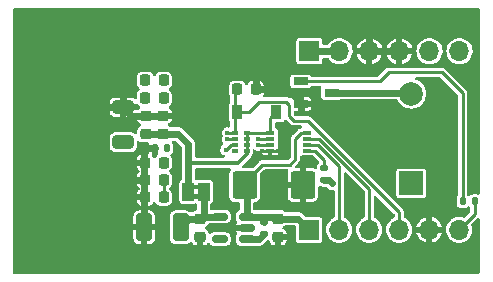
<source format=gbl>
%TF.GenerationSoftware,KiCad,Pcbnew,(6.0.7)*%
%TF.CreationDate,2022-08-25T13:01:18+08:00*%
%TF.ProjectId,T12_SolderingStationScreen,5431325f-536f-46c6-9465-72696e675374,rev?*%
%TF.SameCoordinates,Original*%
%TF.FileFunction,Copper,L2,Bot*%
%TF.FilePolarity,Positive*%
%FSLAX45Y45*%
G04 Gerber Fmt 4.5, Leading zero omitted, Abs format (unit mm)*
G04 Created by KiCad (PCBNEW (6.0.7)) date 2022-08-25 13:01:18*
%MOMM*%
%LPD*%
G01*
G04 APERTURE LIST*
G04 Aperture macros list*
%AMRoundRect*
0 Rectangle with rounded corners*
0 $1 Rounding radius*
0 $2 $3 $4 $5 $6 $7 $8 $9 X,Y pos of 4 corners*
0 Add a 4 corners polygon primitive as box body*
4,1,4,$2,$3,$4,$5,$6,$7,$8,$9,$2,$3,0*
0 Add four circle primitives for the rounded corners*
1,1,$1+$1,$2,$3*
1,1,$1+$1,$4,$5*
1,1,$1+$1,$6,$7*
1,1,$1+$1,$8,$9*
0 Add four rect primitives between the rounded corners*
20,1,$1+$1,$2,$3,$4,$5,0*
20,1,$1+$1,$4,$5,$6,$7,0*
20,1,$1+$1,$6,$7,$8,$9,0*
20,1,$1+$1,$8,$9,$2,$3,0*%
G04 Aperture macros list end*
%TA.AperFunction,SMDPad,CuDef*%
%ADD10RoundRect,0.225000X0.250000X-0.225000X0.250000X0.225000X-0.250000X0.225000X-0.250000X-0.225000X0*%
%TD*%
%TA.AperFunction,SMDPad,CuDef*%
%ADD11RoundRect,0.225000X-0.250000X0.225000X-0.250000X-0.225000X0.250000X-0.225000X0.250000X0.225000X0*%
%TD*%
%TA.AperFunction,SMDPad,CuDef*%
%ADD12RoundRect,0.225000X0.225000X0.250000X-0.225000X0.250000X-0.225000X-0.250000X0.225000X-0.250000X0*%
%TD*%
%TA.AperFunction,ComponentPad*%
%ADD13R,1.700000X1.700000*%
%TD*%
%TA.AperFunction,ComponentPad*%
%ADD14O,1.700000X1.700000*%
%TD*%
%TA.AperFunction,SMDPad,CuDef*%
%ADD15RoundRect,0.135000X-0.135000X-0.185000X0.135000X-0.185000X0.135000X0.185000X-0.135000X0.185000X0*%
%TD*%
%TA.AperFunction,SMDPad,CuDef*%
%ADD16R,1.220000X0.650000*%
%TD*%
%TA.AperFunction,SMDPad,CuDef*%
%ADD17RoundRect,0.135000X0.185000X-0.135000X0.185000X0.135000X-0.185000X0.135000X-0.185000X-0.135000X0*%
%TD*%
%TA.AperFunction,SMDPad,CuDef*%
%ADD18R,0.800000X0.300000*%
%TD*%
%TA.AperFunction,SMDPad,CuDef*%
%ADD19R,0.900000X1.200000*%
%TD*%
%TA.AperFunction,SMDPad,CuDef*%
%ADD20RoundRect,0.135000X0.135000X0.185000X-0.135000X0.185000X-0.135000X-0.185000X0.135000X-0.185000X0*%
%TD*%
%TA.AperFunction,SMDPad,CuDef*%
%ADD21RoundRect,0.150000X0.512500X0.150000X-0.512500X0.150000X-0.512500X-0.150000X0.512500X-0.150000X0*%
%TD*%
%TA.AperFunction,SMDPad,CuDef*%
%ADD22R,1.000000X1.500000*%
%TD*%
%TA.AperFunction,SMDPad,CuDef*%
%ADD23RoundRect,0.135000X-0.185000X0.135000X-0.185000X-0.135000X0.185000X-0.135000X0.185000X0.135000X0*%
%TD*%
%TA.AperFunction,SMDPad,CuDef*%
%ADD24RoundRect,0.250000X0.650000X-0.325000X0.650000X0.325000X-0.650000X0.325000X-0.650000X-0.325000X0*%
%TD*%
%TA.AperFunction,ComponentPad*%
%ADD25R,2.000000X2.000000*%
%TD*%
%TA.AperFunction,ComponentPad*%
%ADD26C,2.000000*%
%TD*%
%TA.AperFunction,SMDPad,CuDef*%
%ADD27RoundRect,0.250000X0.412500X0.925000X-0.412500X0.925000X-0.412500X-0.925000X0.412500X-0.925000X0*%
%TD*%
%TA.AperFunction,SMDPad,CuDef*%
%ADD28RoundRect,0.250000X-0.787500X-0.925000X0.787500X-0.925000X0.787500X0.925000X-0.787500X0.925000X0*%
%TD*%
%TA.AperFunction,SMDPad,CuDef*%
%ADD29R,0.500000X0.320000*%
%TD*%
%TA.AperFunction,ViaPad*%
%ADD30C,0.406400*%
%TD*%
%TA.AperFunction,Conductor*%
%ADD31C,0.254000*%
%TD*%
%TA.AperFunction,Conductor*%
%ADD32C,0.609600*%
%TD*%
%TA.AperFunction,Conductor*%
%ADD33C,0.355600*%
%TD*%
G04 APERTURE END LIST*
%TO.C,JP1*%
G36*
X10266280Y-12855260D02*
G01*
X10216280Y-12855260D01*
X10216280Y-12815260D01*
X10266280Y-12815260D01*
X10266280Y-12855260D01*
G37*
G36*
X10266280Y-12935260D02*
G01*
X10216280Y-12935260D01*
X10216280Y-12895260D01*
X10266280Y-12895260D01*
X10266280Y-12935260D01*
G37*
%TD*%
D10*
%TO.P,C8,1*%
%TO.N,+3V3*%
X9963220Y-12386340D03*
%TO.P,C8,2*%
%TO.N,GND*%
X9963220Y-12231340D03*
%TD*%
D11*
%TO.P,C2,1*%
%TO.N,VCC*%
X10934700Y-13103860D03*
%TO.P,C2,2*%
%TO.N,GND*%
X10934700Y-13258860D03*
%TD*%
D12*
%TO.P,C10,1*%
%TO.N,GND*%
X10744860Y-12009120D03*
%TO.P,C10,2*%
%TO.N,/RST*%
X10589860Y-12009120D03*
%TD*%
D13*
%TO.P,J2,1,Pin_1*%
%TO.N,+24V*%
X11201360Y-11686460D03*
D14*
%TO.P,J2,2,Pin_2*%
X11455360Y-11686460D03*
%TO.P,J2,3,Pin_3*%
%TO.N,GND*%
X11709360Y-11686460D03*
%TO.P,J2,4,Pin_4*%
X11963360Y-11686460D03*
%TO.P,J2,5,Pin_5*%
%TO.N,unconnected-(J2-Pad5)*%
X12217360Y-11686460D03*
%TO.P,J2,6,Pin_6*%
%TO.N,unconnected-(J2-Pad6)*%
X12471360Y-11686460D03*
%TD*%
D15*
%TO.P,R3,1*%
%TO.N,Net-(Q1-Pad2)*%
X12499140Y-12956540D03*
%TO.P,R3,2*%
%TO.N,/BEEP*%
X12601140Y-12956540D03*
%TD*%
D12*
%TO.P,C12,1*%
%TO.N,Net-(C12-Pad1)*%
X9965720Y-12776200D03*
%TO.P,C12,2*%
%TO.N,GND*%
X9810720Y-12776200D03*
%TD*%
D16*
%TO.P,Q1,1,E*%
%TO.N,GND*%
X11126280Y-12132060D03*
%TO.P,Q1,2,B*%
%TO.N,Net-(Q1-Pad2)*%
X11126280Y-11942060D03*
%TO.P,Q1,3,C*%
%TO.N,Net-(BZ1-Pad2)*%
X11388280Y-12037060D03*
%TD*%
D17*
%TO.P,R2,1*%
%TO.N,VCC*%
X11325860Y-12778940D03*
%TO.P,R2,2*%
%TO.N,Net-(R2-Pad2)*%
X11325860Y-12676940D03*
%TD*%
D18*
%TO.P,U2,1,VCCB*%
%TO.N,VCC*%
X11178600Y-12378620D03*
%TO.P,U2,2,B1*%
%TO.N,/SCL*%
X11178600Y-12428620D03*
%TO.P,U2,3,B2*%
%TO.N,/SDA*%
X11178600Y-12478620D03*
%TO.P,U2,4,OE*%
%TO.N,Net-(R2-Pad2)*%
X11178600Y-12528620D03*
%TO.P,U2,5,GND*%
%TO.N,GND*%
X10868600Y-12528620D03*
%TO.P,U2,6,A2*%
%TO.N,/DISP_SDA*%
X10868600Y-12478620D03*
%TO.P,U2,7,A1*%
%TO.N,/DISP_SCL*%
X10868600Y-12428620D03*
%TO.P,U2,8,VCCA*%
%TO.N,+3V3*%
X10868600Y-12378620D03*
%TD*%
D12*
%TO.P,C5,1*%
%TO.N,Net-(C5-Pad1)*%
X9965720Y-11932920D03*
%TO.P,C5,2*%
%TO.N,Net-(C5-Pad2)*%
X9810720Y-11932920D03*
%TD*%
D19*
%TO.P,D1,1,K*%
%TO.N,+3V3*%
X10919360Y-12202160D03*
%TO.P,D1,2,A*%
%TO.N,/RST*%
X10589360Y-12202160D03*
%TD*%
D12*
%TO.P,C11,1*%
%TO.N,Net-(C11-Pad1)*%
X9965720Y-12628880D03*
%TO.P,C11,2*%
%TO.N,GND*%
X9810720Y-12628880D03*
%TD*%
D20*
%TO.P,R4,1*%
%TO.N,Net-(R4-Pad1)*%
X9994220Y-12506960D03*
%TO.P,R4,2*%
%TO.N,GND*%
X9892220Y-12506960D03*
%TD*%
D21*
%TO.P,U1,1,IN*%
%TO.N,VCC*%
X10669990Y-13086360D03*
%TO.P,U1,2,GND*%
%TO.N,GND*%
X10669990Y-13181360D03*
%TO.P,U1,3,EN*%
%TO.N,Net-(R1-Pad2)*%
X10669990Y-13276360D03*
%TO.P,U1,4,BP*%
%TO.N,unconnected-(U1-Pad4)*%
X10442490Y-13276360D03*
%TO.P,U1,5,OUT*%
%TO.N,Net-(C3-Pad1)*%
X10442490Y-13086360D03*
%TD*%
D22*
%TO.P,JP1,1,A*%
%TO.N,+3V3*%
X10176280Y-12875260D03*
%TO.P,JP1,2,B*%
%TO.N,Net-(C3-Pad1)*%
X10306280Y-12875260D03*
%TD*%
D23*
%TO.P,R1,1*%
%TO.N,VCC*%
X10812780Y-13135240D03*
%TO.P,R1,2*%
%TO.N,Net-(R1-Pad2)*%
X10812780Y-13237240D03*
%TD*%
D24*
%TO.P,C7,1*%
%TO.N,VCC*%
X9624060Y-12456340D03*
%TO.P,C7,2*%
%TO.N,GND*%
X9624060Y-12161340D03*
%TD*%
D10*
%TO.P,C9,1*%
%TO.N,+3V3*%
X9817100Y-12386340D03*
%TO.P,C9,2*%
%TO.N,GND*%
X9817100Y-12231340D03*
%TD*%
D25*
%TO.P,BZ1,1,-*%
%TO.N,VCC*%
X12062460Y-12805680D03*
D26*
%TO.P,BZ1,2,+*%
%TO.N,Net-(BZ1-Pad2)*%
X12062460Y-12045680D03*
%TD*%
D12*
%TO.P,C13,1*%
%TO.N,Net-(C12-Pad1)*%
X9965720Y-12923520D03*
%TO.P,C13,2*%
%TO.N,GND*%
X9810720Y-12923520D03*
%TD*%
D27*
%TO.P,C3,1*%
%TO.N,Net-(C3-Pad1)*%
X10110550Y-13177520D03*
%TO.P,C3,2*%
%TO.N,GND*%
X9803050Y-13177520D03*
%TD*%
D13*
%TO.P,J1,1,Pin_1*%
%TO.N,VCC*%
X11198820Y-13197800D03*
D14*
%TO.P,J1,2,Pin_2*%
%TO.N,/SDA*%
X11452820Y-13197800D03*
%TO.P,J1,3,Pin_3*%
%TO.N,/SCL*%
X11706820Y-13197800D03*
%TO.P,J1,4,Pin_4*%
%TO.N,/RST*%
X11960820Y-13197800D03*
%TO.P,J1,5,Pin_5*%
%TO.N,GND*%
X12214820Y-13197800D03*
%TO.P,J1,6,Pin_6*%
%TO.N,/BEEP*%
X12468820Y-13197800D03*
%TD*%
D28*
%TO.P,C1,1*%
%TO.N,VCC*%
X10652610Y-12819380D03*
%TO.P,C1,2*%
%TO.N,GND*%
X11145110Y-12819380D03*
%TD*%
D29*
%TO.P,RN1,1,R1.1*%
%TO.N,unconnected-(RN1-Pad1)*%
X10569360Y-12528620D03*
%TO.P,RN1,2,R2.1*%
%TO.N,/DISP_SDA*%
X10569360Y-12478620D03*
%TO.P,RN1,3,R3.1*%
%TO.N,/DISP_SCL*%
X10569360Y-12428620D03*
%TO.P,RN1,4,R4.1*%
%TO.N,/RST*%
X10569360Y-12378620D03*
%TO.P,RN1,5,R4.2*%
%TO.N,+3V3*%
X10669360Y-12378620D03*
%TO.P,RN1,6,R3.2*%
X10669360Y-12428620D03*
%TO.P,RN1,7,R2.2*%
X10669360Y-12478620D03*
%TO.P,RN1,8,R1.2*%
X10669360Y-12528620D03*
%TD*%
D12*
%TO.P,C6,1*%
%TO.N,Net-(C6-Pad1)*%
X9965720Y-12082780D03*
%TO.P,C6,2*%
%TO.N,Net-(C6-Pad2)*%
X9810720Y-12082780D03*
%TD*%
D11*
%TO.P,C4,1*%
%TO.N,Net-(C3-Pad1)*%
X10276840Y-13103860D03*
%TO.P,C4,2*%
%TO.N,GND*%
X10276840Y-13258860D03*
%TD*%
D30*
%TO.N,VCC*%
X10652610Y-12819380D03*
X11392900Y-12805680D03*
X9626600Y-12456160D03*
%TO.N,GND*%
X11760200Y-12118340D03*
X10063480Y-12232640D03*
X9695180Y-11767820D03*
X8788400Y-12229677D03*
X9023350Y-13474700D03*
X9469120Y-12011660D03*
X11376660Y-11851640D03*
X10845800Y-11887200D03*
X10896600Y-12821920D03*
X12392660Y-12131040D03*
X10393680Y-11767820D03*
X8785860Y-11430000D03*
X12415520Y-12364720D03*
X8788400Y-12020973D03*
X10800080Y-12532360D03*
X12407900Y-12580620D03*
X10642600Y-11767820D03*
X12125113Y-11430000D03*
X10838180Y-12976860D03*
X11272520Y-12146280D03*
X10551160Y-13139420D03*
X10886440Y-13375640D03*
X11945196Y-13474700D03*
X10982960Y-12887960D03*
X12578080Y-12258040D03*
X11529060Y-11856720D03*
X11916409Y-11430000D03*
X11529060Y-12451080D03*
X11968480Y-12209780D03*
X9440757Y-13474700D03*
X12571307Y-13474700D03*
X10038080Y-11430000D03*
X11813540Y-13045440D03*
X12075160Y-13042900D03*
X9410700Y-12997180D03*
X12542520Y-11430000D03*
X9620673Y-11430000D03*
X10690860Y-13378180D03*
X10952480Y-12529820D03*
X9103360Y-12250420D03*
X9359900Y-12842240D03*
X11081596Y-11430000D03*
X11000740Y-12443460D03*
X12410440Y-12781280D03*
X11678920Y-11846560D03*
X11361420Y-12908280D03*
X9956800Y-11767820D03*
X11564620Y-13045440D03*
X10551160Y-13202920D03*
X9403080Y-11925300D03*
X10177780Y-11767820D03*
X10455486Y-11430000D03*
X8788400Y-12647083D03*
X12575540Y-12684760D03*
X10066867Y-13474700D03*
X10927080Y-12009120D03*
X9128760Y-12494260D03*
X9453880Y-12598400D03*
X9829377Y-11430000D03*
X8788400Y-11812270D03*
X9203267Y-11430000D03*
X9636760Y-13002260D03*
X12333816Y-11430000D03*
X8814647Y-13474700D03*
X11046460Y-13317220D03*
X9649460Y-13474700D03*
X8788400Y-13273193D03*
X9646920Y-12296140D03*
X11635740Y-12123420D03*
X11707706Y-11430000D03*
X11892280Y-12143740D03*
X9644380Y-13187680D03*
X10975340Y-12735560D03*
X10228580Y-13375640D03*
X8788400Y-12438380D03*
X8994563Y-11430000D03*
X11110383Y-13474700D03*
X9618980Y-13279120D03*
X12354560Y-13037820D03*
X10872893Y-11430000D03*
X8788400Y-12855787D03*
X12415520Y-11841480D03*
X10664190Y-11430000D03*
X12174220Y-11935460D03*
X11389360Y-12346940D03*
X12146280Y-12192000D03*
X10692977Y-13474700D03*
X9411970Y-11430000D03*
X11783060Y-12715240D03*
X11051540Y-13197840D03*
X10246783Y-11430000D03*
X11315700Y-12240260D03*
X9951720Y-13063220D03*
X11996420Y-12961620D03*
X9380220Y-13202920D03*
X11145110Y-12819380D03*
X12583160Y-12504420D03*
X10459720Y-13182600D03*
X11678920Y-12593320D03*
X10275570Y-13474700D03*
X11736493Y-13474700D03*
X12280900Y-11932920D03*
X9392920Y-11696700D03*
X11574780Y-12948920D03*
X8788400Y-11603567D03*
X9624060Y-12016740D03*
X11770360Y-11836400D03*
X10484273Y-13474700D03*
X9232053Y-13474700D03*
X11290300Y-11430000D03*
X11000740Y-12357100D03*
X12179300Y-13027660D03*
X11087100Y-12992100D03*
X12219940Y-12082780D03*
X8788400Y-13064490D03*
X12517120Y-11938000D03*
X9098280Y-12948920D03*
X11224260Y-12026900D03*
X10901680Y-13474700D03*
X11127740Y-12189460D03*
X9441180Y-12189460D03*
X9858163Y-13474700D03*
X11319086Y-13474700D03*
X9956800Y-13251180D03*
X12153900Y-13474700D03*
X11527790Y-13474700D03*
X11465560Y-12151360D03*
X12362603Y-13474700D03*
X10325100Y-13378180D03*
X10553700Y-13357860D03*
X11499003Y-11430000D03*
%TO.N,Net-(C5-Pad1)*%
X9965720Y-11932920D03*
%TO.N,Net-(C5-Pad2)*%
X9810720Y-11932920D03*
%TO.N,Net-(C6-Pad1)*%
X9965720Y-12082780D03*
%TO.N,Net-(C6-Pad2)*%
X9810720Y-12082780D03*
%TO.N,+3V3*%
X9963220Y-12386340D03*
%TO.N,Net-(C11-Pad1)*%
X9965720Y-12628880D03*
%TO.N,Net-(C12-Pad1)*%
X9965720Y-12776200D03*
%TO.N,/DISP_SCL*%
X10505440Y-12433300D03*
X10766970Y-12426830D03*
%TO.N,/DISP_SDA*%
X10492740Y-12519660D03*
X10767062Y-12482660D03*
%TO.N,Net-(R4-Pad1)*%
X9994220Y-12506960D03*
%TO.N,/RST*%
X10505440Y-12377420D03*
%TD*%
D31*
%TO.N,VCC*%
X11082020Y-12598400D02*
X11033760Y-12646660D01*
X9626420Y-12456340D02*
X9626600Y-12456160D01*
D32*
X10815600Y-13086360D02*
X10917200Y-13086360D01*
D31*
X11082020Y-12428220D02*
X11082020Y-12598400D01*
X10652610Y-12796670D02*
X10652610Y-12819380D01*
D32*
X10812780Y-13135240D02*
X10812780Y-13089180D01*
X10917200Y-13086360D02*
X10934700Y-13103860D01*
D31*
X11178600Y-12378620D02*
X11131620Y-12378620D01*
D32*
X10669990Y-13086360D02*
X10669990Y-12836760D01*
D31*
X11033760Y-12646660D02*
X10802620Y-12646660D01*
D32*
X11366160Y-12778940D02*
X11392900Y-12805680D01*
X10669990Y-12836760D02*
X10652610Y-12819380D01*
X11104880Y-13103860D02*
X11198820Y-13197800D01*
D31*
X11131620Y-12378620D02*
X11082020Y-12428220D01*
D32*
X10934700Y-13103860D02*
X11104880Y-13103860D01*
X10669990Y-13086360D02*
X10815600Y-13086360D01*
D31*
X9624060Y-12456340D02*
X9626420Y-12456340D01*
D32*
X10812780Y-13089180D02*
X10815600Y-13086360D01*
D31*
X10802620Y-12646660D02*
X10652610Y-12796670D01*
D32*
X11325860Y-12778940D02*
X11366160Y-12778940D01*
%TO.N,Net-(BZ1-Pad2)*%
X11395900Y-12037060D02*
X12053840Y-12037060D01*
X12053840Y-12037060D02*
X12062460Y-12045680D01*
%TO.N,GND*%
X10642600Y-11767820D02*
X10744860Y-11767820D01*
X10744860Y-11767820D02*
X10744860Y-11510620D01*
X9364980Y-12700000D02*
X9441180Y-12776200D01*
X9834880Y-12506960D02*
X9892220Y-12506960D01*
X10177780Y-11767820D02*
X10393680Y-11767820D01*
X11531600Y-11419840D02*
X11600180Y-11419840D01*
D31*
X10868600Y-12528620D02*
X10803820Y-12528620D01*
D32*
X10744860Y-11510620D02*
X10806430Y-11449050D01*
D31*
X10803820Y-12528620D02*
X10800080Y-12532360D01*
D32*
X10393680Y-11767820D02*
X10642600Y-11767820D01*
X9624060Y-12161340D02*
X9624060Y-12016740D01*
X11600180Y-11419840D02*
X11709360Y-11529020D01*
X9685020Y-11767820D02*
X9695180Y-11767820D01*
D31*
X10868600Y-12528620D02*
X10951280Y-12528620D01*
D32*
X10835640Y-11419840D02*
X11033760Y-11419840D01*
X9441180Y-12189460D02*
X9364980Y-12265660D01*
X9803050Y-13177520D02*
X9803050Y-12538790D01*
X9469300Y-12161340D02*
X9441180Y-12189460D01*
X9364980Y-12265660D02*
X9364980Y-12700000D01*
X11126280Y-12188000D02*
X11127740Y-12189460D01*
X9694060Y-12231340D02*
X9963220Y-12231340D01*
X9624060Y-12016740D02*
X9624060Y-11828780D01*
X9624060Y-11828780D02*
X9685020Y-11767820D01*
D33*
X10063480Y-12232640D02*
X9964520Y-12232640D01*
D32*
X10806430Y-11449050D02*
X10835640Y-11419840D01*
D31*
X10951280Y-12528620D02*
X10952480Y-12529820D01*
D32*
X10927080Y-12009120D02*
X11010960Y-12009120D01*
X11709360Y-11686460D02*
X11963360Y-11686460D01*
X11126280Y-12124440D02*
X11126280Y-12188000D01*
X9956800Y-11767820D02*
X10177780Y-11767820D01*
X11033760Y-11419840D02*
X11348720Y-11419840D01*
X11010960Y-12009120D02*
X11126280Y-12124440D01*
D33*
X9964520Y-12232640D02*
X9963220Y-12231340D01*
D32*
X11709360Y-11529020D02*
X11709360Y-11686460D01*
X10744860Y-12009120D02*
X10927080Y-12009120D01*
X11348720Y-11419840D02*
X11531600Y-11419840D01*
X9803050Y-12538790D02*
X9834880Y-12506960D01*
X9624060Y-12161340D02*
X9694060Y-12231340D01*
X9695180Y-11767820D02*
X9956800Y-11767820D01*
X9441180Y-12776200D02*
X9810720Y-12776200D01*
X10744860Y-11767820D02*
X10744860Y-12009120D01*
X9624060Y-12161340D02*
X9469300Y-12161340D01*
%TO.N,Net-(C3-Pad1)*%
X10306280Y-12875260D02*
X10306280Y-13067820D01*
X10184210Y-13103860D02*
X10110550Y-13177520D01*
X10276840Y-13103860D02*
X10184210Y-13103860D01*
X10294340Y-13086360D02*
X10276840Y-13103860D01*
X10306280Y-13067820D02*
X10324820Y-13086360D01*
X10324820Y-13086360D02*
X10294340Y-13086360D01*
X10442490Y-13086360D02*
X10324820Y-13086360D01*
D33*
%TO.N,+3V3*%
X10669360Y-12528620D02*
X10669360Y-12558940D01*
X10669360Y-12558940D02*
X10597920Y-12630380D01*
D32*
X10176280Y-12472440D02*
X10176280Y-12630380D01*
X9817100Y-12386340D02*
X10090180Y-12386340D01*
X10090180Y-12386340D02*
X10176280Y-12472440D01*
D31*
X10868600Y-12378620D02*
X10868600Y-12252920D01*
D32*
X10176280Y-12630380D02*
X10176280Y-12875260D01*
D31*
X10868600Y-12378620D02*
X10669360Y-12378620D01*
X10669360Y-12378620D02*
X10669360Y-12528620D01*
D33*
X10597920Y-12630380D02*
X10176280Y-12630380D01*
D31*
X10868600Y-12252920D02*
X10919360Y-12202160D01*
%TO.N,Net-(C12-Pad1)*%
X9965720Y-12923520D02*
X9965720Y-12776200D01*
%TO.N,/DISP_SCL*%
X10505440Y-12433300D02*
X10510520Y-12428220D01*
X10768760Y-12428620D02*
X10766970Y-12426830D01*
X10868600Y-12428620D02*
X10768760Y-12428620D01*
X10510520Y-12428220D02*
X10568960Y-12428220D01*
X10568960Y-12428220D02*
X10569360Y-12428620D01*
%TO.N,/DISP_SDA*%
X10868600Y-12478620D02*
X10771102Y-12478620D01*
X10533780Y-12478620D02*
X10569360Y-12478620D01*
X10492740Y-12519660D02*
X10533780Y-12478620D01*
X10771102Y-12478620D02*
X10767062Y-12482660D01*
%TO.N,/BEEP*%
X12601140Y-13065480D02*
X12468820Y-13197800D01*
X12601140Y-12956540D02*
X12601140Y-13065480D01*
D32*
%TO.N,+24V*%
X11201360Y-11686460D02*
X11455360Y-11686460D01*
D31*
%TO.N,Net-(Q1-Pad2)*%
X11126280Y-11934440D02*
X11133900Y-11942060D01*
X11796780Y-11942060D02*
X11874500Y-11864340D01*
X12499140Y-12041940D02*
X12499140Y-12956540D01*
X11874500Y-11864340D02*
X12321540Y-11864340D01*
X11133900Y-11942060D02*
X11796780Y-11942060D01*
X12321540Y-11864340D02*
X12499140Y-12041940D01*
D32*
%TO.N,Net-(R1-Pad2)*%
X10773660Y-13276360D02*
X10812780Y-13237240D01*
X10669990Y-13276360D02*
X10773660Y-13276360D01*
D31*
%TO.N,Net-(R2-Pad2)*%
X11178600Y-12528620D02*
X11245920Y-12528620D01*
X11325860Y-12608560D02*
X11325860Y-12676940D01*
X11245920Y-12528620D02*
X11325860Y-12608560D01*
%TO.N,/RST*%
X10569360Y-12029620D02*
X10589860Y-12009120D01*
X10568160Y-12377420D02*
X10569360Y-12378620D01*
X11069320Y-12275820D02*
X11031220Y-12237720D01*
X11186680Y-12275820D02*
X11069320Y-12275820D01*
X11006780Y-12114220D02*
X10776260Y-12114220D01*
X10776260Y-12114220D02*
X10688320Y-12202160D01*
X11031220Y-12237720D02*
X11031220Y-12138660D01*
X11960820Y-13049960D02*
X11186680Y-12275820D01*
X11031220Y-12138660D02*
X11006780Y-12114220D01*
X11960820Y-13197800D02*
X11960820Y-13049960D01*
X10569360Y-12378620D02*
X10569360Y-12029620D01*
X10505440Y-12377420D02*
X10568160Y-12377420D01*
X10688320Y-12202160D02*
X10589360Y-12202160D01*
%TO.N,/SCL*%
X11178600Y-12428620D02*
X11282077Y-12428620D01*
X11282077Y-12428620D02*
X11706820Y-12853363D01*
X11706820Y-12853363D02*
X11706820Y-13197800D01*
%TO.N,/SDA*%
X11274674Y-12478620D02*
X11178600Y-12478620D01*
X11452820Y-13197800D02*
X11452820Y-12656766D01*
X11452820Y-12656766D02*
X11274674Y-12478620D01*
%TD*%
%TA.AperFunction,Conductor*%
%TO.N,GND*%
G36*
X12636762Y-11323450D02*
G01*
X12641411Y-11328816D01*
X12642550Y-11334050D01*
X12642550Y-12888412D01*
X12640550Y-12895224D01*
X12635184Y-12899873D01*
X12628157Y-12900884D01*
X12626618Y-12900538D01*
X12625921Y-12900197D01*
X12621162Y-12899503D01*
X12618784Y-12899156D01*
X12618784Y-12899156D01*
X12618332Y-12899090D01*
X12601206Y-12899090D01*
X12583948Y-12899090D01*
X12581169Y-12899499D01*
X12577261Y-12900074D01*
X12577261Y-12900074D01*
X12576292Y-12900217D01*
X12575414Y-12900648D01*
X12575414Y-12900648D01*
X12574934Y-12900884D01*
X12564653Y-12905932D01*
X12563917Y-12906669D01*
X12563917Y-12906669D01*
X12559059Y-12911535D01*
X12552831Y-12914943D01*
X12545749Y-12914443D01*
X12541241Y-12911552D01*
X12540989Y-12911300D01*
X12537581Y-12905073D01*
X12537290Y-12902382D01*
X12537290Y-12047353D01*
X12537549Y-12044924D01*
X12537555Y-12044780D01*
X12537774Y-12043762D01*
X12537377Y-12040406D01*
X12537342Y-12039808D01*
X12537333Y-12039809D01*
X12537290Y-12039291D01*
X12537290Y-12038771D01*
X12536971Y-12036854D01*
X12536888Y-12036268D01*
X12536715Y-12034808D01*
X12536282Y-12031149D01*
X12535883Y-12030319D01*
X12535732Y-12029412D01*
X12533285Y-12024876D01*
X12533015Y-12024347D01*
X12532759Y-12023813D01*
X12532362Y-12022987D01*
X12531127Y-12020415D01*
X12531127Y-12020414D01*
X12530784Y-12019700D01*
X12530423Y-12019271D01*
X12530230Y-12019078D01*
X12530051Y-12018883D01*
X12530048Y-12018877D01*
X12530061Y-12018865D01*
X12530011Y-12018809D01*
X12529701Y-12018234D01*
X12525719Y-12014553D01*
X12525363Y-12014210D01*
X12352344Y-11841192D01*
X12350808Y-11839290D01*
X12350712Y-11839184D01*
X12350147Y-11838310D01*
X12347493Y-11836217D01*
X12347045Y-11835819D01*
X12347039Y-11835826D01*
X12346643Y-11835491D01*
X12346275Y-11835123D01*
X12345465Y-11834544D01*
X12344696Y-11833995D01*
X12344221Y-11833638D01*
X12340991Y-11831091D01*
X12340991Y-11831091D01*
X12340173Y-11830447D01*
X12339304Y-11830141D01*
X12338556Y-11829607D01*
X12337558Y-11829308D01*
X12337558Y-11829308D01*
X12334420Y-11828370D01*
X12333619Y-11828130D01*
X12333056Y-11827947D01*
X12328190Y-11826238D01*
X12327631Y-11826190D01*
X12327360Y-11826190D01*
X12327093Y-11826178D01*
X12327087Y-11826177D01*
X12327087Y-11826159D01*
X12327013Y-11826154D01*
X12326388Y-11825967D01*
X12321815Y-11826147D01*
X12320972Y-11826180D01*
X12320477Y-11826190D01*
X11879914Y-11826190D01*
X11877482Y-11825931D01*
X11877340Y-11825925D01*
X11876322Y-11825705D01*
X11873067Y-11826091D01*
X11872965Y-11826103D01*
X11872368Y-11826138D01*
X11872369Y-11826147D01*
X11871851Y-11826190D01*
X11871331Y-11826190D01*
X11870818Y-11826275D01*
X11870818Y-11826275D01*
X11869416Y-11826509D01*
X11868829Y-11826592D01*
X11864743Y-11827076D01*
X11864743Y-11827076D01*
X11863709Y-11827198D01*
X11862879Y-11827597D01*
X11861972Y-11827748D01*
X11857435Y-11830196D01*
X11856909Y-11830464D01*
X11852974Y-11832353D01*
X11852260Y-11832696D01*
X11851831Y-11833057D01*
X11851638Y-11833249D01*
X11851442Y-11833429D01*
X11851437Y-11833432D01*
X11851425Y-11833419D01*
X11851368Y-11833469D01*
X11850794Y-11833779D01*
X11850087Y-11834543D01*
X11850087Y-11834544D01*
X11847115Y-11837759D01*
X11846772Y-11838116D01*
X11784668Y-11900219D01*
X11778437Y-11903622D01*
X11775759Y-11903910D01*
X11220848Y-11903910D01*
X11214036Y-11901910D01*
X11210372Y-11898310D01*
X11205628Y-11891212D01*
X11197210Y-11885587D01*
X11189787Y-11884110D01*
X11126290Y-11884110D01*
X11062773Y-11884110D01*
X11059198Y-11884821D01*
X11056567Y-11885344D01*
X11056567Y-11885344D01*
X11055350Y-11885587D01*
X11054318Y-11886276D01*
X11054318Y-11886276D01*
X11053907Y-11886551D01*
X11046932Y-11891212D01*
X11046242Y-11892243D01*
X11042193Y-11898303D01*
X11041307Y-11899630D01*
X11039830Y-11907053D01*
X11039830Y-11977067D01*
X11040382Y-11979842D01*
X11041037Y-11983133D01*
X11041307Y-11984490D01*
X11046932Y-11992908D01*
X11055350Y-11998533D01*
X11062773Y-12000010D01*
X11126270Y-12000010D01*
X11189787Y-12000010D01*
X11193362Y-11999299D01*
X11195993Y-11998776D01*
X11195993Y-11998775D01*
X11197210Y-11998533D01*
X11198242Y-11997844D01*
X11198242Y-11997844D01*
X11204597Y-11993598D01*
X11205628Y-11992908D01*
X11210372Y-11985810D01*
X11215819Y-11981257D01*
X11220848Y-11980210D01*
X11290822Y-11980210D01*
X11297634Y-11982210D01*
X11302283Y-11987576D01*
X11303180Y-11995268D01*
X11301830Y-12002053D01*
X11301830Y-12072067D01*
X11302246Y-12074160D01*
X11303012Y-12078010D01*
X11303307Y-12079490D01*
X11303996Y-12080522D01*
X11303996Y-12080522D01*
X11306798Y-12084715D01*
X11308932Y-12087908D01*
X11317350Y-12093533D01*
X11324773Y-12095010D01*
X11388270Y-12095010D01*
X11451787Y-12095010D01*
X11459210Y-12093533D01*
X11459227Y-12093620D01*
X11462395Y-12092990D01*
X11938075Y-12092990D01*
X11944887Y-12094990D01*
X11949495Y-12100265D01*
X11953169Y-12108145D01*
X11953170Y-12108146D01*
X11953402Y-12108645D01*
X11953718Y-12109095D01*
X11953718Y-12109095D01*
X11964744Y-12124843D01*
X11965993Y-12126626D01*
X11981514Y-12142147D01*
X11981965Y-12142463D01*
X11981965Y-12142463D01*
X11999044Y-12154422D01*
X11999495Y-12154738D01*
X11999994Y-12154970D01*
X11999994Y-12154970D01*
X12006715Y-12158104D01*
X12019390Y-12164015D01*
X12040593Y-12169696D01*
X12062460Y-12171609D01*
X12084327Y-12169696D01*
X12105530Y-12164015D01*
X12118205Y-12158104D01*
X12124926Y-12154970D01*
X12124926Y-12154970D01*
X12125425Y-12154738D01*
X12125875Y-12154422D01*
X12142955Y-12142463D01*
X12142955Y-12142463D01*
X12143406Y-12142147D01*
X12158927Y-12126626D01*
X12160176Y-12124843D01*
X12171202Y-12109095D01*
X12171202Y-12109095D01*
X12171518Y-12108645D01*
X12171750Y-12108146D01*
X12171750Y-12108146D01*
X12177204Y-12096451D01*
X12180795Y-12088750D01*
X12186476Y-12067547D01*
X12188389Y-12045680D01*
X12186476Y-12023813D01*
X12180795Y-12002610D01*
X12175594Y-11991457D01*
X12171750Y-11983214D01*
X12171750Y-11983214D01*
X12171518Y-11982715D01*
X12170953Y-11981908D01*
X12159243Y-11965185D01*
X12159243Y-11965185D01*
X12158927Y-11964734D01*
X12143406Y-11949213D01*
X12142955Y-11948897D01*
X12142955Y-11948897D01*
X12125875Y-11936938D01*
X12125875Y-11936938D01*
X12125425Y-11936622D01*
X12124926Y-11936390D01*
X12124926Y-11936389D01*
X12114848Y-11931690D01*
X12105530Y-11927345D01*
X12104999Y-11927203D01*
X12104482Y-11927015D01*
X12104542Y-11926850D01*
X12099152Y-11923565D01*
X12096050Y-11917179D01*
X12096893Y-11910130D01*
X12101414Y-11904655D01*
X12108476Y-11902490D01*
X12300519Y-11902490D01*
X12307331Y-11904490D01*
X12309428Y-11906180D01*
X12457299Y-12054052D01*
X12460702Y-12060283D01*
X12460990Y-12062961D01*
X12460990Y-12902385D01*
X12458990Y-12909197D01*
X12457307Y-12911286D01*
X12457043Y-12911552D01*
X12453492Y-12915109D01*
X12453034Y-12916044D01*
X12453034Y-12916045D01*
X12452572Y-12916991D01*
X12447797Y-12926759D01*
X12446690Y-12934348D01*
X12446690Y-12978732D01*
X12446757Y-12979188D01*
X12447413Y-12983641D01*
X12447817Y-12986387D01*
X12448248Y-12987266D01*
X12448248Y-12987266D01*
X12450087Y-12991012D01*
X12453532Y-12998027D01*
X12462709Y-13007188D01*
X12474359Y-13012883D01*
X12477698Y-13013370D01*
X12481495Y-13013924D01*
X12481496Y-13013924D01*
X12481948Y-13013990D01*
X12499074Y-13013990D01*
X12516332Y-13013990D01*
X12519111Y-13013581D01*
X12523019Y-13013006D01*
X12523019Y-13013006D01*
X12523987Y-13012863D01*
X12524866Y-13012432D01*
X12524866Y-13012432D01*
X12534693Y-13007607D01*
X12535627Y-13007148D01*
X12537300Y-13005472D01*
X12541221Y-13001545D01*
X12547449Y-12998137D01*
X12554531Y-12998637D01*
X12559039Y-13001528D01*
X12559291Y-13001779D01*
X12562699Y-13008007D01*
X12562990Y-13010698D01*
X12562990Y-13044459D01*
X12560990Y-13051271D01*
X12559299Y-13053368D01*
X12521132Y-13091536D01*
X12514901Y-13094938D01*
X12507554Y-13094329D01*
X12500324Y-13091445D01*
X12499758Y-13091332D01*
X12499757Y-13091332D01*
X12480981Y-13087597D01*
X12480981Y-13087597D01*
X12480415Y-13087484D01*
X12479837Y-13087477D01*
X12479837Y-13087477D01*
X12469699Y-13087344D01*
X12460117Y-13087219D01*
X12459547Y-13087317D01*
X12459547Y-13087317D01*
X12450760Y-13088827D01*
X12440111Y-13090656D01*
X12421066Y-13097682D01*
X12403621Y-13108061D01*
X12403187Y-13108442D01*
X12403187Y-13108442D01*
X12395824Y-13114899D01*
X12388359Y-13121445D01*
X12375792Y-13137387D01*
X12375523Y-13137898D01*
X12375523Y-13137898D01*
X12373212Y-13142290D01*
X12366340Y-13155351D01*
X12360321Y-13174738D01*
X12357935Y-13194896D01*
X12359262Y-13215152D01*
X12359404Y-13215712D01*
X12359405Y-13215712D01*
X12362583Y-13228227D01*
X12364259Y-13234827D01*
X12364501Y-13235351D01*
X12371108Y-13249684D01*
X12372758Y-13253262D01*
X12384473Y-13269839D01*
X12384887Y-13270242D01*
X12389211Y-13274454D01*
X12399014Y-13284003D01*
X12415892Y-13295281D01*
X12416422Y-13295509D01*
X12416423Y-13295509D01*
X12427161Y-13300123D01*
X12434543Y-13303294D01*
X12440550Y-13304653D01*
X12453778Y-13307647D01*
X12453778Y-13307647D01*
X12454342Y-13307774D01*
X12454919Y-13307797D01*
X12454919Y-13307797D01*
X12460896Y-13308032D01*
X12474625Y-13308571D01*
X12485355Y-13307015D01*
X12494143Y-13305741D01*
X12494144Y-13305741D01*
X12494714Y-13305658D01*
X12495261Y-13305473D01*
X12495261Y-13305473D01*
X12513389Y-13299319D01*
X12513390Y-13299319D01*
X12513936Y-13299133D01*
X12514522Y-13298806D01*
X12522132Y-13294543D01*
X12531648Y-13289215D01*
X12532471Y-13288530D01*
X12546811Y-13276603D01*
X12547254Y-13276234D01*
X12560235Y-13260628D01*
X12570153Y-13242916D01*
X12570339Y-13242370D01*
X12570339Y-13242369D01*
X12576493Y-13224241D01*
X12576493Y-13224241D01*
X12576678Y-13223694D01*
X12576761Y-13223124D01*
X12576761Y-13223123D01*
X12579538Y-13203973D01*
X12579591Y-13203605D01*
X12579743Y-13197800D01*
X12578277Y-13181849D01*
X12577939Y-13178161D01*
X12577939Y-13178161D01*
X12577886Y-13177586D01*
X12577244Y-13175311D01*
X12572376Y-13158049D01*
X12572486Y-13158018D01*
X12571961Y-13151532D01*
X12575388Y-13145184D01*
X12621040Y-13099532D01*
X12627272Y-13096129D01*
X12634353Y-13096636D01*
X12640037Y-13100890D01*
X12642518Y-13107542D01*
X12642550Y-13108441D01*
X12642550Y-13557950D01*
X12640550Y-13564762D01*
X12635184Y-13569411D01*
X12629950Y-13570550D01*
X8706050Y-13570550D01*
X8699238Y-13568550D01*
X8694589Y-13563184D01*
X8693450Y-13557950D01*
X8693450Y-13274449D01*
X9711400Y-13274449D01*
X9711437Y-13275131D01*
X9711984Y-13280168D01*
X9712347Y-13281694D01*
X9716822Y-13293632D01*
X9717675Y-13295190D01*
X9725257Y-13305307D01*
X9726513Y-13306563D01*
X9736630Y-13314145D01*
X9738188Y-13314998D01*
X9750127Y-13319473D01*
X9751651Y-13319836D01*
X9756689Y-13320383D01*
X9757371Y-13320420D01*
X9775839Y-13320420D01*
X9777362Y-13319972D01*
X9777483Y-13319833D01*
X9777650Y-13319065D01*
X9777650Y-13318608D01*
X9828450Y-13318608D01*
X9828898Y-13320132D01*
X9829037Y-13320253D01*
X9829805Y-13320420D01*
X9848729Y-13320420D01*
X9849411Y-13320383D01*
X9854448Y-13319836D01*
X9855974Y-13319473D01*
X9867912Y-13314998D01*
X9869470Y-13314145D01*
X9879587Y-13306563D01*
X9880843Y-13305307D01*
X9888425Y-13295190D01*
X9889278Y-13293632D01*
X9893753Y-13281693D01*
X9894116Y-13280169D01*
X9894663Y-13275131D01*
X9894700Y-13274449D01*
X9894700Y-13204731D01*
X9894253Y-13203208D01*
X9894114Y-13203087D01*
X9893345Y-13202920D01*
X9830262Y-13202920D01*
X9828738Y-13203367D01*
X9828617Y-13203506D01*
X9828450Y-13204275D01*
X9828450Y-13318608D01*
X9777650Y-13318608D01*
X9777650Y-13204731D01*
X9777203Y-13203208D01*
X9777064Y-13203087D01*
X9776295Y-13202920D01*
X9713212Y-13202920D01*
X9711688Y-13203367D01*
X9711567Y-13203506D01*
X9711400Y-13204275D01*
X9711400Y-13274449D01*
X8693450Y-13274449D01*
X8693450Y-13150308D01*
X9711400Y-13150308D01*
X9711848Y-13151832D01*
X9711987Y-13151953D01*
X9712755Y-13152120D01*
X9775839Y-13152120D01*
X9777362Y-13151672D01*
X9777483Y-13151533D01*
X9777650Y-13150765D01*
X9777650Y-13150308D01*
X9828450Y-13150308D01*
X9828898Y-13151832D01*
X9829037Y-13151953D01*
X9829805Y-13152120D01*
X9892888Y-13152120D01*
X9894412Y-13151672D01*
X9894533Y-13151533D01*
X9894700Y-13150765D01*
X9894700Y-13080591D01*
X9894663Y-13079909D01*
X9894116Y-13074872D01*
X9893753Y-13073346D01*
X9889278Y-13061408D01*
X9888425Y-13059850D01*
X9880843Y-13049733D01*
X9879587Y-13048477D01*
X9869470Y-13040895D01*
X9867912Y-13040042D01*
X9855974Y-13035567D01*
X9854449Y-13035204D01*
X9849411Y-13034657D01*
X9848729Y-13034620D01*
X9830262Y-13034620D01*
X9828738Y-13035067D01*
X9828617Y-13035206D01*
X9828450Y-13035975D01*
X9828450Y-13150308D01*
X9777650Y-13150308D01*
X9777650Y-13036432D01*
X9777203Y-13034908D01*
X9777064Y-13034787D01*
X9776295Y-13034620D01*
X9757371Y-13034620D01*
X9756689Y-13034657D01*
X9751652Y-13035204D01*
X9750126Y-13035567D01*
X9738188Y-13040042D01*
X9736630Y-13040895D01*
X9726513Y-13048477D01*
X9725257Y-13049733D01*
X9717675Y-13059850D01*
X9716822Y-13061408D01*
X9712347Y-13073346D01*
X9711984Y-13074871D01*
X9711437Y-13079909D01*
X9711400Y-13080591D01*
X9711400Y-13150308D01*
X8693450Y-13150308D01*
X8693450Y-12952713D01*
X9740320Y-12952713D01*
X9740357Y-12953394D01*
X9740871Y-12958127D01*
X9741234Y-12959651D01*
X9745458Y-12970919D01*
X9746311Y-12972477D01*
X9753463Y-12982021D01*
X9754719Y-12983277D01*
X9764263Y-12990429D01*
X9765821Y-12991282D01*
X9777089Y-12995506D01*
X9778613Y-12995869D01*
X9783346Y-12996383D01*
X9783589Y-12996396D01*
X9785032Y-12995972D01*
X9785153Y-12995833D01*
X9785320Y-12995065D01*
X9785320Y-12950731D01*
X9784873Y-12949208D01*
X9784734Y-12949087D01*
X9783965Y-12948920D01*
X9742132Y-12948920D01*
X9740608Y-12949367D01*
X9740487Y-12949506D01*
X9740320Y-12950275D01*
X9740320Y-12952713D01*
X8693450Y-12952713D01*
X8693450Y-12896308D01*
X9740320Y-12896308D01*
X9740768Y-12897832D01*
X9740907Y-12897953D01*
X9741675Y-12898120D01*
X9783509Y-12898120D01*
X9785032Y-12897672D01*
X9785153Y-12897533D01*
X9785320Y-12896765D01*
X9785320Y-12850620D01*
X9785537Y-12850620D01*
X9785482Y-12849100D01*
X9785320Y-12849100D01*
X9785320Y-12803411D01*
X9784873Y-12801888D01*
X9784734Y-12801767D01*
X9783965Y-12801600D01*
X9742132Y-12801600D01*
X9740608Y-12802047D01*
X9740487Y-12802186D01*
X9740320Y-12802955D01*
X9740320Y-12805393D01*
X9740357Y-12806074D01*
X9740871Y-12810807D01*
X9741234Y-12812331D01*
X9745458Y-12823599D01*
X9746311Y-12825157D01*
X9753463Y-12834701D01*
X9754719Y-12835957D01*
X9759817Y-12839777D01*
X9764068Y-12845463D01*
X9764571Y-12852545D01*
X9761165Y-12858775D01*
X9759817Y-12859943D01*
X9754719Y-12863763D01*
X9753463Y-12865019D01*
X9746311Y-12874562D01*
X9745458Y-12876121D01*
X9741234Y-12887389D01*
X9740871Y-12888913D01*
X9740357Y-12893646D01*
X9740320Y-12894327D01*
X9740320Y-12896308D01*
X8693450Y-12896308D01*
X8693450Y-12748988D01*
X9740320Y-12748988D01*
X9740768Y-12750512D01*
X9740907Y-12750633D01*
X9741675Y-12750800D01*
X9783509Y-12750800D01*
X9785032Y-12750352D01*
X9785153Y-12750213D01*
X9785320Y-12749445D01*
X9785320Y-12703300D01*
X9785537Y-12703300D01*
X9785482Y-12701780D01*
X9785320Y-12701780D01*
X9785320Y-12656091D01*
X9784873Y-12654568D01*
X9784734Y-12654447D01*
X9783965Y-12654280D01*
X9742132Y-12654280D01*
X9740608Y-12654727D01*
X9740487Y-12654866D01*
X9740320Y-12655635D01*
X9740320Y-12658073D01*
X9740357Y-12658754D01*
X9740871Y-12663487D01*
X9741234Y-12665011D01*
X9745458Y-12676279D01*
X9746311Y-12677837D01*
X9753463Y-12687381D01*
X9754719Y-12688637D01*
X9759817Y-12692457D01*
X9764068Y-12698143D01*
X9764571Y-12705225D01*
X9761165Y-12711455D01*
X9759817Y-12712623D01*
X9754719Y-12716443D01*
X9753463Y-12717699D01*
X9746311Y-12727242D01*
X9745458Y-12728801D01*
X9741234Y-12740069D01*
X9740871Y-12741593D01*
X9740357Y-12746326D01*
X9740320Y-12747007D01*
X9740320Y-12748988D01*
X8693450Y-12748988D01*
X8693450Y-12601668D01*
X9740320Y-12601668D01*
X9740768Y-12603192D01*
X9740907Y-12603313D01*
X9741675Y-12603480D01*
X9783509Y-12603480D01*
X9785032Y-12603032D01*
X9785153Y-12602893D01*
X9785320Y-12602125D01*
X9785320Y-12557791D01*
X9784873Y-12556268D01*
X9784734Y-12556147D01*
X9783978Y-12555983D01*
X9783346Y-12556017D01*
X9778613Y-12556531D01*
X9777089Y-12556893D01*
X9765821Y-12561117D01*
X9764263Y-12561971D01*
X9754719Y-12569123D01*
X9753463Y-12570379D01*
X9746311Y-12579922D01*
X9745458Y-12581481D01*
X9741234Y-12592749D01*
X9740871Y-12594273D01*
X9740357Y-12599006D01*
X9740320Y-12599687D01*
X9740320Y-12601668D01*
X8693450Y-12601668D01*
X8693450Y-12493616D01*
X9508610Y-12493616D01*
X9509280Y-12499785D01*
X9514353Y-12513316D01*
X9514891Y-12514034D01*
X9514891Y-12514035D01*
X9521489Y-12522838D01*
X9523020Y-12524880D01*
X9523738Y-12525418D01*
X9533865Y-12533009D01*
X9533866Y-12533009D01*
X9534584Y-12533547D01*
X9541805Y-12536254D01*
X9547376Y-12538343D01*
X9547376Y-12538343D01*
X9548115Y-12538620D01*
X9548900Y-12538705D01*
X9548900Y-12538705D01*
X9553945Y-12539253D01*
X9554284Y-12539290D01*
X9693836Y-12539290D01*
X9694175Y-12539253D01*
X9699220Y-12538705D01*
X9699220Y-12538705D01*
X9700005Y-12538620D01*
X9700744Y-12538343D01*
X9700744Y-12538343D01*
X9706315Y-12536254D01*
X9713536Y-12533547D01*
X9714254Y-12533009D01*
X9714255Y-12533009D01*
X9724382Y-12525418D01*
X9725100Y-12524880D01*
X9726631Y-12522838D01*
X9733229Y-12514035D01*
X9733229Y-12514034D01*
X9733767Y-12513316D01*
X9738840Y-12499785D01*
X9739510Y-12493616D01*
X9739510Y-12454542D01*
X9741510Y-12447730D01*
X9746876Y-12443080D01*
X9753903Y-12442070D01*
X9759667Y-12444459D01*
X9768118Y-12450793D01*
X9768119Y-12450793D01*
X9768837Y-12451332D01*
X9769677Y-12451647D01*
X9769677Y-12451647D01*
X9780958Y-12455876D01*
X9780958Y-12455876D01*
X9781698Y-12456153D01*
X9782483Y-12456238D01*
X9782483Y-12456238D01*
X9787221Y-12456753D01*
X9787561Y-12456790D01*
X9788802Y-12456790D01*
X9830715Y-12456790D01*
X9837527Y-12458790D01*
X9842177Y-12464156D01*
X9843187Y-12471183D01*
X9842035Y-12474923D01*
X9841355Y-12476315D01*
X9840785Y-12478160D01*
X9840550Y-12479767D01*
X9840747Y-12481159D01*
X9842107Y-12481560D01*
X9905020Y-12481560D01*
X9911832Y-12483560D01*
X9916481Y-12488926D01*
X9917620Y-12494160D01*
X9917620Y-12556837D01*
X9915620Y-12563649D01*
X9912577Y-12566919D01*
X9909684Y-12569087D01*
X9909683Y-12569088D01*
X9908966Y-12569626D01*
X9908428Y-12570343D01*
X9901267Y-12579898D01*
X9901266Y-12579899D01*
X9900728Y-12580616D01*
X9899992Y-12582582D01*
X9899992Y-12582582D01*
X9895727Y-12588258D01*
X9889071Y-12590728D01*
X9882136Y-12589208D01*
X9877125Y-12584179D01*
X9876395Y-12582582D01*
X9875983Y-12581481D01*
X9875129Y-12579922D01*
X9869117Y-12571901D01*
X9866633Y-12565250D01*
X9866753Y-12562388D01*
X9866820Y-12561961D01*
X9866820Y-12534171D01*
X9866373Y-12532648D01*
X9866234Y-12532527D01*
X9865465Y-12532360D01*
X9842105Y-12532360D01*
X9840758Y-12532755D01*
X9840558Y-12534163D01*
X9840803Y-12535824D01*
X9841377Y-12537672D01*
X9842206Y-12539361D01*
X9843413Y-12546357D01*
X9840646Y-12552895D01*
X9837881Y-12554727D01*
X9836287Y-12556566D01*
X9836120Y-12557335D01*
X9836120Y-12701780D01*
X9835903Y-12701780D01*
X9835958Y-12703300D01*
X9836120Y-12703300D01*
X9836120Y-12849100D01*
X9835903Y-12849100D01*
X9835958Y-12850620D01*
X9836120Y-12850620D01*
X9836120Y-12994608D01*
X9836568Y-12996132D01*
X9836707Y-12996253D01*
X9837462Y-12996417D01*
X9838094Y-12996383D01*
X9842827Y-12995869D01*
X9844351Y-12995506D01*
X9855619Y-12991282D01*
X9857178Y-12990429D01*
X9866721Y-12983277D01*
X9867977Y-12982021D01*
X9875129Y-12972477D01*
X9875983Y-12970919D01*
X9876395Y-12969818D01*
X9880659Y-12964142D01*
X9887315Y-12961672D01*
X9894250Y-12963192D01*
X9899262Y-12968221D01*
X9899991Y-12969818D01*
X9900728Y-12971783D01*
X9901266Y-12972501D01*
X9901267Y-12972502D01*
X9908428Y-12982057D01*
X9908966Y-12982774D01*
X9909683Y-12983312D01*
X9919238Y-12990473D01*
X9919239Y-12990474D01*
X9919957Y-12991012D01*
X9920797Y-12991327D01*
X9920797Y-12991327D01*
X9932078Y-12995556D01*
X9932078Y-12995556D01*
X9932818Y-12995833D01*
X9933603Y-12995918D01*
X9933603Y-12995918D01*
X9935574Y-12996132D01*
X9938681Y-12996470D01*
X9965712Y-12996470D01*
X9992759Y-12996470D01*
X9993098Y-12996433D01*
X9993099Y-12996433D01*
X9997837Y-12995918D01*
X9997837Y-12995918D01*
X9998622Y-12995833D01*
X10011484Y-12991012D01*
X10012201Y-12990474D01*
X10012202Y-12990473D01*
X10021757Y-12983312D01*
X10022474Y-12982774D01*
X10023012Y-12982057D01*
X10030174Y-12972502D01*
X10030174Y-12972501D01*
X10030712Y-12971783D01*
X10031063Y-12970846D01*
X10035256Y-12959662D01*
X10035256Y-12959662D01*
X10035533Y-12958922D01*
X10036170Y-12953059D01*
X10036170Y-12893981D01*
X10036133Y-12893641D01*
X10035618Y-12888903D01*
X10035618Y-12888903D01*
X10035533Y-12888118D01*
X10031449Y-12877222D01*
X10031027Y-12876097D01*
X10031027Y-12876097D01*
X10030712Y-12875256D01*
X10030174Y-12874539D01*
X10030174Y-12874538D01*
X10023012Y-12864983D01*
X10022474Y-12864266D01*
X10019596Y-12862108D01*
X10016706Y-12859943D01*
X10012455Y-12854257D01*
X10011952Y-12847175D01*
X10015358Y-12840945D01*
X10016706Y-12839777D01*
X10021757Y-12835992D01*
X10022474Y-12835454D01*
X10023012Y-12834737D01*
X10030174Y-12825182D01*
X10030174Y-12825181D01*
X10030712Y-12824463D01*
X10031036Y-12823599D01*
X10035256Y-12812342D01*
X10035256Y-12812342D01*
X10035533Y-12811602D01*
X10036170Y-12805739D01*
X10036170Y-12746661D01*
X10035719Y-12742509D01*
X10035618Y-12741583D01*
X10035618Y-12741583D01*
X10035533Y-12740798D01*
X10031449Y-12729902D01*
X10031027Y-12728777D01*
X10031027Y-12728777D01*
X10030712Y-12727936D01*
X10030174Y-12727219D01*
X10030174Y-12727218D01*
X10023012Y-12717663D01*
X10022474Y-12716946D01*
X10021644Y-12716323D01*
X10016706Y-12712623D01*
X10012455Y-12706937D01*
X10011952Y-12699855D01*
X10015358Y-12693625D01*
X10016706Y-12692457D01*
X10021757Y-12688672D01*
X10022474Y-12688134D01*
X10023012Y-12687417D01*
X10030174Y-12677862D01*
X10030174Y-12677861D01*
X10030712Y-12677143D01*
X10031287Y-12675610D01*
X10035256Y-12665022D01*
X10035256Y-12665022D01*
X10035533Y-12664282D01*
X10036170Y-12658419D01*
X10036170Y-12599341D01*
X10035628Y-12594350D01*
X10035618Y-12594263D01*
X10035618Y-12594263D01*
X10035533Y-12593478D01*
X10031449Y-12582582D01*
X10031027Y-12581457D01*
X10031027Y-12581457D01*
X10030712Y-12580616D01*
X10030174Y-12579899D01*
X10030174Y-12579898D01*
X10027089Y-12575783D01*
X10024604Y-12569132D01*
X10026110Y-12562194D01*
X10029814Y-12558007D01*
X10030707Y-12557568D01*
X10039868Y-12548391D01*
X10040863Y-12546357D01*
X10044009Y-12539921D01*
X10045563Y-12536741D01*
X10046202Y-12532360D01*
X10046604Y-12529604D01*
X10046604Y-12529604D01*
X10046670Y-12529152D01*
X10046670Y-12484768D01*
X10045934Y-12479767D01*
X10045686Y-12478081D01*
X10045686Y-12478081D01*
X10045543Y-12477112D01*
X10039828Y-12465473D01*
X10038140Y-12463787D01*
X10034732Y-12457559D01*
X10035232Y-12450477D01*
X10039482Y-12444790D01*
X10046132Y-12442303D01*
X10047042Y-12442270D01*
X10061794Y-12442270D01*
X10068606Y-12444270D01*
X10070704Y-12445960D01*
X10116660Y-12491916D01*
X10120062Y-12498148D01*
X10120350Y-12500826D01*
X10120350Y-12766879D01*
X10118350Y-12773691D01*
X10114750Y-12777355D01*
X10107932Y-12781912D01*
X10102307Y-12790330D01*
X10100830Y-12797753D01*
X10100830Y-12952767D01*
X10101474Y-12956005D01*
X10102055Y-12958922D01*
X10102307Y-12960190D01*
X10102996Y-12961222D01*
X10102996Y-12961222D01*
X10107032Y-12967261D01*
X10107932Y-12968608D01*
X10116350Y-12974233D01*
X10123773Y-12975710D01*
X10176272Y-12975710D01*
X10228787Y-12975710D01*
X10234993Y-12974475D01*
X10235292Y-12974416D01*
X10242364Y-12975049D01*
X10247970Y-12979404D01*
X10250350Y-12986774D01*
X10250350Y-13022074D01*
X10248350Y-13028886D01*
X10242984Y-13033535D01*
X10241522Y-13034038D01*
X10241438Y-13034047D01*
X10238715Y-13035067D01*
X10229987Y-13038339D01*
X10228577Y-13038868D01*
X10227858Y-13039407D01*
X10227858Y-13039407D01*
X10219844Y-13045413D01*
X10213194Y-13047897D01*
X10212288Y-13047930D01*
X10190637Y-13047930D01*
X10183825Y-13045930D01*
X10183081Y-13045413D01*
X10176995Y-13040851D01*
X10176994Y-13040851D01*
X10176276Y-13040313D01*
X10167305Y-13036950D01*
X10163484Y-13035517D01*
X10163484Y-13035517D01*
X10162745Y-13035240D01*
X10161960Y-13035155D01*
X10161960Y-13035155D01*
X10156915Y-13034607D01*
X10156915Y-13034607D01*
X10156576Y-13034570D01*
X10064524Y-13034570D01*
X10064185Y-13034607D01*
X10064185Y-13034607D01*
X10059140Y-13035155D01*
X10059140Y-13035155D01*
X10058355Y-13035240D01*
X10057616Y-13035517D01*
X10057616Y-13035517D01*
X10053795Y-13036950D01*
X10044824Y-13040313D01*
X10044106Y-13040851D01*
X10044105Y-13040851D01*
X10036865Y-13046278D01*
X10033260Y-13048980D01*
X10032722Y-13049698D01*
X10025131Y-13059825D01*
X10025131Y-13059826D01*
X10024593Y-13060544D01*
X10019520Y-13074075D01*
X10019435Y-13074860D01*
X10019435Y-13074860D01*
X10018887Y-13079905D01*
X10018850Y-13080244D01*
X10018850Y-13274796D01*
X10019520Y-13280965D01*
X10019797Y-13281704D01*
X10019797Y-13281704D01*
X10020659Y-13284003D01*
X10024593Y-13294496D01*
X10025131Y-13295214D01*
X10025131Y-13295215D01*
X10030993Y-13303036D01*
X10033260Y-13306060D01*
X10033978Y-13306598D01*
X10044105Y-13314189D01*
X10044106Y-13314189D01*
X10044824Y-13314727D01*
X10053568Y-13318005D01*
X10057616Y-13319523D01*
X10057616Y-13319523D01*
X10058355Y-13319800D01*
X10059140Y-13319885D01*
X10059140Y-13319885D01*
X10064063Y-13320420D01*
X10064524Y-13320470D01*
X10156576Y-13320470D01*
X10157037Y-13320420D01*
X10161960Y-13319885D01*
X10161960Y-13319885D01*
X10162745Y-13319800D01*
X10163484Y-13319523D01*
X10163484Y-13319523D01*
X10167533Y-13318005D01*
X10176276Y-13314727D01*
X10176994Y-13314189D01*
X10176995Y-13314189D01*
X10187122Y-13306598D01*
X10187840Y-13306060D01*
X10189104Y-13304374D01*
X10194790Y-13300123D01*
X10201872Y-13299620D01*
X10208101Y-13303026D01*
X10209320Y-13304653D01*
X10209393Y-13304599D01*
X10217083Y-13314861D01*
X10218339Y-13316117D01*
X10227883Y-13323269D01*
X10229441Y-13324122D01*
X10240709Y-13328346D01*
X10242233Y-13328709D01*
X10246966Y-13329223D01*
X10247647Y-13329260D01*
X10249629Y-13329260D01*
X10251152Y-13328812D01*
X10251273Y-13328673D01*
X10251440Y-13327905D01*
X10251440Y-13246060D01*
X10253440Y-13239248D01*
X10258806Y-13234599D01*
X10264040Y-13233460D01*
X10289640Y-13233460D01*
X10296452Y-13235460D01*
X10301101Y-13240826D01*
X10302240Y-13246060D01*
X10302240Y-13327448D01*
X10302688Y-13328972D01*
X10302827Y-13329093D01*
X10303595Y-13329260D01*
X10306033Y-13329260D01*
X10306714Y-13329223D01*
X10311447Y-13328709D01*
X10312971Y-13328346D01*
X10324239Y-13324122D01*
X10325798Y-13323269D01*
X10335341Y-13316117D01*
X10336597Y-13314861D01*
X10337166Y-13314102D01*
X10342852Y-13309850D01*
X10349934Y-13309348D01*
X10356163Y-13312754D01*
X10357442Y-13314252D01*
X10357657Y-13314549D01*
X10358107Y-13315432D01*
X10367168Y-13324493D01*
X10378585Y-13330310D01*
X10388057Y-13331810D01*
X10496923Y-13331810D01*
X10506396Y-13330310D01*
X10517812Y-13324493D01*
X10526873Y-13315432D01*
X10532690Y-13304015D01*
X10534190Y-13294543D01*
X10534190Y-13258177D01*
X10532690Y-13248704D01*
X10526873Y-13237288D01*
X10517812Y-13228227D01*
X10506396Y-13222410D01*
X10496923Y-13220910D01*
X10388057Y-13220910D01*
X10378585Y-13222410D01*
X10367168Y-13228227D01*
X10366823Y-13228572D01*
X10360399Y-13230864D01*
X10353484Y-13229257D01*
X10348536Y-13224165D01*
X10347882Y-13222708D01*
X10344603Y-13213961D01*
X10343749Y-13212402D01*
X10336597Y-13202859D01*
X10335341Y-13201603D01*
X10325798Y-13194451D01*
X10324239Y-13193597D01*
X10323138Y-13193185D01*
X10317462Y-13188921D01*
X10314992Y-13182265D01*
X10316512Y-13175330D01*
X10321541Y-13170318D01*
X10323138Y-13169588D01*
X10325104Y-13168852D01*
X10325821Y-13168314D01*
X10325822Y-13168313D01*
X10335377Y-13161152D01*
X10336094Y-13160614D01*
X10342676Y-13151832D01*
X10343794Y-13150341D01*
X10343794Y-13150341D01*
X10344332Y-13149623D01*
X10344632Y-13148824D01*
X10349642Y-13143824D01*
X10355668Y-13142290D01*
X10446328Y-13142290D01*
X10446753Y-13142232D01*
X10446754Y-13142232D01*
X10448981Y-13141927D01*
X10450691Y-13141810D01*
X10496923Y-13141810D01*
X10506396Y-13140310D01*
X10517812Y-13134493D01*
X10526873Y-13125432D01*
X10532690Y-13114015D01*
X10534190Y-13104543D01*
X10534190Y-13068177D01*
X10532690Y-13058704D01*
X10526873Y-13047288D01*
X10517812Y-13038227D01*
X10506396Y-13032410D01*
X10496923Y-13030910D01*
X10453696Y-13030910D01*
X10451465Y-13030711D01*
X10451371Y-13030694D01*
X10450737Y-13030510D01*
X10450035Y-13030458D01*
X10449881Y-13030447D01*
X10449880Y-13030447D01*
X10449651Y-13030430D01*
X10374810Y-13030430D01*
X10367998Y-13028430D01*
X10363349Y-13023064D01*
X10362210Y-13017830D01*
X10362210Y-12983641D01*
X10364210Y-12976829D01*
X10367810Y-12973164D01*
X10373597Y-12969298D01*
X10374628Y-12968608D01*
X10378882Y-12962243D01*
X10379564Y-12961222D01*
X10380253Y-12960190D01*
X10381730Y-12952767D01*
X10381730Y-12797753D01*
X10380863Y-12793393D01*
X10380496Y-12791547D01*
X10380496Y-12791547D01*
X10380253Y-12790330D01*
X10374628Y-12781912D01*
X10366210Y-12776287D01*
X10358787Y-12774810D01*
X10306289Y-12774810D01*
X10253773Y-12774810D01*
X10250351Y-12775491D01*
X10247268Y-12776104D01*
X10240197Y-12775471D01*
X10234590Y-12771116D01*
X10232210Y-12763746D01*
X10232210Y-12686210D01*
X10234210Y-12679398D01*
X10239576Y-12674749D01*
X10244810Y-12673610D01*
X10525543Y-12673610D01*
X10532356Y-12675610D01*
X10537005Y-12680976D01*
X10538015Y-12688003D01*
X10535626Y-12693766D01*
X10533718Y-12696313D01*
X10529153Y-12702404D01*
X10528095Y-12705225D01*
X10525420Y-12712362D01*
X10524080Y-12715935D01*
X10523410Y-12722104D01*
X10523410Y-12916656D01*
X10524080Y-12922825D01*
X10524357Y-12923564D01*
X10524357Y-12923564D01*
X10525288Y-12926046D01*
X10529153Y-12936356D01*
X10529691Y-12937074D01*
X10529691Y-12937075D01*
X10536289Y-12945878D01*
X10537820Y-12947920D01*
X10538538Y-12948458D01*
X10548665Y-12956049D01*
X10548666Y-12956049D01*
X10549384Y-12956587D01*
X10557557Y-12959651D01*
X10562176Y-12961383D01*
X10562176Y-12961383D01*
X10562915Y-12961660D01*
X10563700Y-12961745D01*
X10563700Y-12961745D01*
X10568623Y-12962280D01*
X10569084Y-12962330D01*
X10601460Y-12962330D01*
X10608272Y-12964330D01*
X10612921Y-12969696D01*
X10614060Y-12974930D01*
X10614060Y-13020827D01*
X10612060Y-13027639D01*
X10606694Y-13032289D01*
X10606587Y-13032331D01*
X10606085Y-13032410D01*
X10605202Y-13032860D01*
X10605202Y-13032860D01*
X10601675Y-13034657D01*
X10594668Y-13038227D01*
X10585607Y-13047288D01*
X10579790Y-13058704D01*
X10578290Y-13068177D01*
X10578290Y-13104543D01*
X10579790Y-13114015D01*
X10585607Y-13125432D01*
X10586309Y-13126134D01*
X10586573Y-13126497D01*
X10588959Y-13133183D01*
X10587351Y-13140098D01*
X10586573Y-13141309D01*
X10585198Y-13143201D01*
X10580288Y-13152837D01*
X10579792Y-13154364D01*
X10579944Y-13155539D01*
X10581341Y-13155960D01*
X10682790Y-13155960D01*
X10689602Y-13157960D01*
X10694251Y-13163326D01*
X10695390Y-13168560D01*
X10695390Y-13194160D01*
X10693390Y-13200972D01*
X10688024Y-13205621D01*
X10682790Y-13206760D01*
X10581295Y-13206760D01*
X10579972Y-13207149D01*
X10579803Y-13208387D01*
X10580289Y-13209883D01*
X10585198Y-13219519D01*
X10586573Y-13221410D01*
X10588959Y-13228097D01*
X10587351Y-13235012D01*
X10586573Y-13236223D01*
X10586309Y-13236587D01*
X10585607Y-13237288D01*
X10579790Y-13248704D01*
X10578290Y-13258177D01*
X10578290Y-13294543D01*
X10579790Y-13304015D01*
X10585607Y-13315432D01*
X10594668Y-13324493D01*
X10606085Y-13330310D01*
X10615557Y-13331810D01*
X10658784Y-13331810D01*
X10661015Y-13332009D01*
X10661109Y-13332026D01*
X10661743Y-13332210D01*
X10662445Y-13332262D01*
X10662599Y-13332273D01*
X10662600Y-13332273D01*
X10662830Y-13332290D01*
X10772144Y-13332290D01*
X10772672Y-13332301D01*
X10778973Y-13332565D01*
X10783287Y-13331553D01*
X10784453Y-13331337D01*
X10788842Y-13330736D01*
X10789731Y-13330352D01*
X10790261Y-13330122D01*
X10792387Y-13329419D01*
X10793892Y-13329066D01*
X10794644Y-13328652D01*
X10794645Y-13328652D01*
X10797775Y-13326932D01*
X10798840Y-13326409D01*
X10802906Y-13324650D01*
X10804107Y-13323677D01*
X10805966Y-13322428D01*
X10806741Y-13322002D01*
X10807320Y-13321684D01*
X10808145Y-13320972D01*
X10810645Y-13318472D01*
X10811625Y-13317589D01*
X10814147Y-13315547D01*
X10814815Y-13315007D01*
X10815312Y-13314307D01*
X10815312Y-13314306D01*
X10815932Y-13313434D01*
X10817293Y-13311824D01*
X10837649Y-13291468D01*
X10842404Y-13288596D01*
X10842628Y-13288563D01*
X10843506Y-13288132D01*
X10843507Y-13288131D01*
X10845874Y-13286969D01*
X10852870Y-13285762D01*
X10859409Y-13288530D01*
X10863225Y-13293856D01*
X10866938Y-13303759D01*
X10867791Y-13305317D01*
X10874943Y-13314861D01*
X10876199Y-13316117D01*
X10885743Y-13323269D01*
X10887301Y-13324122D01*
X10898569Y-13328346D01*
X10900093Y-13328709D01*
X10904826Y-13329223D01*
X10905507Y-13329260D01*
X10907489Y-13329260D01*
X10909012Y-13328812D01*
X10909133Y-13328673D01*
X10909300Y-13327905D01*
X10909300Y-13327448D01*
X10960100Y-13327448D01*
X10960548Y-13328972D01*
X10960687Y-13329093D01*
X10961455Y-13329260D01*
X10963893Y-13329260D01*
X10964574Y-13329223D01*
X10969307Y-13328709D01*
X10970831Y-13328346D01*
X10982099Y-13324122D01*
X10983658Y-13323269D01*
X10993201Y-13316117D01*
X10994457Y-13314861D01*
X11001609Y-13305317D01*
X11002463Y-13303759D01*
X11006687Y-13292491D01*
X11007049Y-13290967D01*
X11007563Y-13286234D01*
X11007576Y-13285991D01*
X11007153Y-13284548D01*
X11007014Y-13284427D01*
X11006245Y-13284260D01*
X10961912Y-13284260D01*
X10960388Y-13284707D01*
X10960267Y-13284846D01*
X10960100Y-13285615D01*
X10960100Y-13327448D01*
X10909300Y-13327448D01*
X10909300Y-13246060D01*
X10911300Y-13239248D01*
X10916666Y-13234599D01*
X10921900Y-13233460D01*
X11005789Y-13233460D01*
X11007312Y-13233012D01*
X11007433Y-13232873D01*
X11007597Y-13232118D01*
X11007563Y-13231486D01*
X11007049Y-13226753D01*
X11006687Y-13225229D01*
X11002463Y-13213961D01*
X11001609Y-13212402D01*
X10994457Y-13202859D01*
X10993201Y-13201603D01*
X10983658Y-13194451D01*
X10982099Y-13193597D01*
X10980998Y-13193185D01*
X10975322Y-13188921D01*
X10972852Y-13182265D01*
X10974372Y-13175330D01*
X10979401Y-13170318D01*
X10980998Y-13169588D01*
X10982964Y-13168852D01*
X10983682Y-13168313D01*
X10983682Y-13168313D01*
X10991696Y-13162307D01*
X10998346Y-13159823D01*
X10999252Y-13159790D01*
X11075770Y-13159790D01*
X11082582Y-13161790D01*
X11087231Y-13167156D01*
X11088370Y-13172390D01*
X11088370Y-13228928D01*
X11088370Y-13285307D01*
X11088974Y-13288345D01*
X11089596Y-13291468D01*
X11089847Y-13292730D01*
X11090536Y-13293762D01*
X11090536Y-13293762D01*
X11094450Y-13299620D01*
X11095472Y-13301148D01*
X11103890Y-13306773D01*
X11111313Y-13308250D01*
X11198806Y-13308250D01*
X11286327Y-13308250D01*
X11289902Y-13307539D01*
X11292533Y-13307016D01*
X11292533Y-13307015D01*
X11293750Y-13306773D01*
X11294782Y-13306084D01*
X11294782Y-13306084D01*
X11301137Y-13301838D01*
X11302168Y-13301148D01*
X11307793Y-13292730D01*
X11309270Y-13285307D01*
X11309270Y-13110293D01*
X11307793Y-13102870D01*
X11305185Y-13098967D01*
X11302858Y-13095483D01*
X11302168Y-13094452D01*
X11293750Y-13088827D01*
X11286327Y-13087350D01*
X11273729Y-13087350D01*
X11172686Y-13087350D01*
X11165874Y-13085350D01*
X11163777Y-13083660D01*
X11145503Y-13065386D01*
X11145138Y-13065005D01*
X11141448Y-13060992D01*
X11140866Y-13060360D01*
X11137102Y-13058026D01*
X11136123Y-13057353D01*
X11133278Y-13055194D01*
X11133278Y-13055194D01*
X11132594Y-13054675D01*
X11131157Y-13054106D01*
X11129156Y-13053099D01*
X11128903Y-13052942D01*
X11127843Y-13052285D01*
X11127018Y-13052045D01*
X11127017Y-13052045D01*
X11123589Y-13051049D01*
X11122466Y-13050665D01*
X11119146Y-13049350D01*
X11119146Y-13049350D01*
X11118347Y-13049034D01*
X11116810Y-13048872D01*
X11114611Y-13048441D01*
X11113127Y-13048010D01*
X11112470Y-13047961D01*
X11112271Y-13047947D01*
X11112270Y-13047947D01*
X11112041Y-13047930D01*
X11108505Y-13047930D01*
X11107188Y-13047861D01*
X11106880Y-13047829D01*
X11103107Y-13047432D01*
X11102260Y-13047575D01*
X11102259Y-13047575D01*
X11101206Y-13047753D01*
X11099105Y-13047930D01*
X10999252Y-13047930D01*
X10992440Y-13045930D01*
X10991696Y-13045413D01*
X10983682Y-13039407D01*
X10983682Y-13039407D01*
X10982964Y-13038868D01*
X10982123Y-13038553D01*
X10970842Y-13034324D01*
X10970842Y-13034324D01*
X10970102Y-13034047D01*
X10969317Y-13033962D01*
X10969317Y-13033962D01*
X10964579Y-13033447D01*
X10964579Y-13033447D01*
X10964239Y-13033410D01*
X10937809Y-13033410D01*
X10933171Y-13032525D01*
X10930667Y-13031534D01*
X10929130Y-13031372D01*
X10926931Y-13030941D01*
X10925447Y-13030510D01*
X10924790Y-13030461D01*
X10924591Y-13030447D01*
X10924590Y-13030447D01*
X10924361Y-13030430D01*
X10920825Y-13030430D01*
X10919508Y-13030361D01*
X10916281Y-13030022D01*
X10915427Y-13029932D01*
X10914580Y-13030075D01*
X10914579Y-13030075D01*
X10913526Y-13030253D01*
X10911425Y-13030430D01*
X10817116Y-13030430D01*
X10816588Y-13030419D01*
X10816248Y-13030405D01*
X10810287Y-13030155D01*
X10809451Y-13030351D01*
X10809206Y-13030374D01*
X10808020Y-13030430D01*
X10738520Y-13030430D01*
X10731708Y-13028430D01*
X10727059Y-13023064D01*
X10725920Y-13017830D01*
X10725920Y-12974745D01*
X10727920Y-12967933D01*
X10733286Y-12963284D01*
X10737159Y-12962219D01*
X10741520Y-12961745D01*
X10741520Y-12961745D01*
X10742305Y-12961660D01*
X10743044Y-12961383D01*
X10743044Y-12961383D01*
X10747663Y-12959651D01*
X10755836Y-12956587D01*
X10756554Y-12956049D01*
X10756555Y-12956049D01*
X10766682Y-12948458D01*
X10767400Y-12947920D01*
X10768931Y-12945878D01*
X10775529Y-12937075D01*
X10775529Y-12937074D01*
X10776067Y-12936356D01*
X10779932Y-12926046D01*
X10780863Y-12923564D01*
X10780863Y-12923564D01*
X10781140Y-12922825D01*
X10781810Y-12916656D01*
X10781810Y-12916309D01*
X11015960Y-12916309D01*
X11015997Y-12916991D01*
X11016544Y-12922028D01*
X11016907Y-12923554D01*
X11021382Y-12935492D01*
X11022235Y-12937050D01*
X11029817Y-12947167D01*
X11031073Y-12948423D01*
X11041190Y-12956005D01*
X11042748Y-12956858D01*
X11054687Y-12961333D01*
X11056211Y-12961696D01*
X11061249Y-12962243D01*
X11061931Y-12962280D01*
X11117899Y-12962280D01*
X11119422Y-12961832D01*
X11119543Y-12961693D01*
X11119710Y-12960925D01*
X11119710Y-12846591D01*
X11119263Y-12845068D01*
X11119124Y-12844947D01*
X11118355Y-12844780D01*
X11017772Y-12844780D01*
X11016248Y-12845227D01*
X11016127Y-12845366D01*
X11015960Y-12846135D01*
X11015960Y-12916309D01*
X10781810Y-12916309D01*
X10781810Y-12726641D01*
X10783810Y-12719829D01*
X10785501Y-12717732D01*
X10814732Y-12688500D01*
X10820963Y-12685098D01*
X10823641Y-12684810D01*
X11010225Y-12684810D01*
X11017037Y-12686810D01*
X11021686Y-12692176D01*
X11022697Y-12699203D01*
X11021630Y-12702402D01*
X11021697Y-12702428D01*
X11016907Y-12715206D01*
X11016544Y-12716731D01*
X11015997Y-12721769D01*
X11015960Y-12722451D01*
X11015960Y-12792168D01*
X11016408Y-12793692D01*
X11016547Y-12793813D01*
X11017315Y-12793980D01*
X11117899Y-12793980D01*
X11119422Y-12793532D01*
X11119543Y-12793393D01*
X11119710Y-12792625D01*
X11119710Y-12678292D01*
X11119263Y-12676768D01*
X11119124Y-12676647D01*
X11118355Y-12676480D01*
X11088311Y-12676480D01*
X11081499Y-12674480D01*
X11076850Y-12669114D01*
X11075839Y-12662087D01*
X11078789Y-12655629D01*
X11079402Y-12654971D01*
X11105168Y-12629204D01*
X11107070Y-12627668D01*
X11107176Y-12627572D01*
X11108050Y-12627007D01*
X11108695Y-12626190D01*
X11108695Y-12626189D01*
X11110143Y-12624353D01*
X11110541Y-12623905D01*
X11110534Y-12623899D01*
X11110869Y-12623503D01*
X11111237Y-12623135D01*
X11112367Y-12621554D01*
X11112723Y-12621080D01*
X11113370Y-12620259D01*
X11115913Y-12617033D01*
X11116218Y-12616164D01*
X11116753Y-12615416D01*
X11118231Y-12610475D01*
X11118413Y-12609915D01*
X11118464Y-12609771D01*
X11120122Y-12605050D01*
X11120170Y-12604491D01*
X11120170Y-12604220D01*
X11120182Y-12603953D01*
X11120183Y-12603947D01*
X11120201Y-12603947D01*
X11120206Y-12603873D01*
X11120393Y-12603248D01*
X11120180Y-12597832D01*
X11120170Y-12597337D01*
X11120170Y-12581256D01*
X11122170Y-12574444D01*
X11127536Y-12569794D01*
X11134865Y-12568940D01*
X11134870Y-12568889D01*
X11135108Y-12568912D01*
X11135228Y-12568898D01*
X11136093Y-12569070D01*
X11178593Y-12569070D01*
X11221107Y-12569070D01*
X11223936Y-12568507D01*
X11231007Y-12569140D01*
X11235303Y-12571956D01*
X11280620Y-12617272D01*
X11284022Y-12623503D01*
X11283516Y-12630585D01*
X11280628Y-12635083D01*
X11275948Y-12639771D01*
X11275947Y-12639772D01*
X11275212Y-12640509D01*
X11269517Y-12652159D01*
X11269376Y-12653127D01*
X11268496Y-12659155D01*
X11268410Y-12659748D01*
X11268410Y-12672102D01*
X11266410Y-12678915D01*
X11261044Y-12683564D01*
X11254017Y-12684574D01*
X11249759Y-12683154D01*
X11247471Y-12681902D01*
X11235533Y-12677427D01*
X11234009Y-12677064D01*
X11228971Y-12676517D01*
X11228289Y-12676480D01*
X11172322Y-12676480D01*
X11170798Y-12676927D01*
X11170677Y-12677066D01*
X11170510Y-12677835D01*
X11170510Y-12960468D01*
X11170958Y-12961992D01*
X11171097Y-12962113D01*
X11171865Y-12962280D01*
X11228289Y-12962280D01*
X11228971Y-12962243D01*
X11234008Y-12961696D01*
X11235534Y-12961333D01*
X11247472Y-12956858D01*
X11249030Y-12956005D01*
X11259147Y-12948423D01*
X11260403Y-12947167D01*
X11267985Y-12937050D01*
X11268838Y-12935492D01*
X11273313Y-12923553D01*
X11273676Y-12922029D01*
X11274223Y-12916991D01*
X11274260Y-12916309D01*
X11274260Y-12839801D01*
X11276260Y-12832989D01*
X11281626Y-12828340D01*
X11288653Y-12827329D01*
X11292393Y-12828481D01*
X11295200Y-12829853D01*
X11295200Y-12829853D01*
X11296079Y-12830283D01*
X11299418Y-12830770D01*
X11303215Y-12831324D01*
X11303216Y-12831324D01*
X11303668Y-12831390D01*
X11304125Y-12831390D01*
X11304580Y-12831423D01*
X11304578Y-12831456D01*
X11307631Y-12831890D01*
X11317613Y-12834790D01*
X11318315Y-12834842D01*
X11318469Y-12834853D01*
X11318470Y-12834853D01*
X11318699Y-12834870D01*
X11337774Y-12834870D01*
X11344586Y-12836870D01*
X11346683Y-12838560D01*
X11356066Y-12847943D01*
X11356407Y-12848202D01*
X11356408Y-12848203D01*
X11362919Y-12853145D01*
X11365186Y-12854865D01*
X11365984Y-12855181D01*
X11365984Y-12855181D01*
X11378635Y-12860190D01*
X11378635Y-12860190D01*
X11379433Y-12860506D01*
X11380288Y-12860596D01*
X11380288Y-12860596D01*
X11393819Y-12862018D01*
X11394673Y-12862108D01*
X11399969Y-12861212D01*
X11407019Y-12862048D01*
X11412498Y-12866563D01*
X11414670Y-12873636D01*
X11414670Y-13085358D01*
X11412670Y-13092170D01*
X11407304Y-13096819D01*
X11406431Y-13097179D01*
X11405066Y-13097682D01*
X11387621Y-13108061D01*
X11387187Y-13108442D01*
X11387187Y-13108442D01*
X11379824Y-13114899D01*
X11372359Y-13121445D01*
X11359792Y-13137387D01*
X11359523Y-13137898D01*
X11359523Y-13137898D01*
X11357212Y-13142290D01*
X11350340Y-13155351D01*
X11344321Y-13174738D01*
X11341935Y-13194896D01*
X11343262Y-13215152D01*
X11343404Y-13215712D01*
X11343405Y-13215712D01*
X11346583Y-13228227D01*
X11348259Y-13234827D01*
X11348501Y-13235351D01*
X11355108Y-13249684D01*
X11356758Y-13253262D01*
X11368473Y-13269839D01*
X11368887Y-13270242D01*
X11373211Y-13274454D01*
X11383014Y-13284003D01*
X11399892Y-13295281D01*
X11400422Y-13295509D01*
X11400423Y-13295509D01*
X11411161Y-13300123D01*
X11418543Y-13303294D01*
X11424550Y-13304653D01*
X11437778Y-13307647D01*
X11437778Y-13307647D01*
X11438342Y-13307774D01*
X11438919Y-13307797D01*
X11438919Y-13307797D01*
X11444896Y-13308032D01*
X11458625Y-13308571D01*
X11469355Y-13307015D01*
X11478143Y-13305741D01*
X11478144Y-13305741D01*
X11478714Y-13305658D01*
X11479261Y-13305473D01*
X11479261Y-13305473D01*
X11497389Y-13299319D01*
X11497390Y-13299319D01*
X11497936Y-13299133D01*
X11498522Y-13298806D01*
X11506132Y-13294543D01*
X11515648Y-13289215D01*
X11516471Y-13288530D01*
X11530811Y-13276603D01*
X11531254Y-13276234D01*
X11544235Y-13260628D01*
X11554153Y-13242916D01*
X11554339Y-13242370D01*
X11554339Y-13242369D01*
X11560493Y-13224241D01*
X11560493Y-13224241D01*
X11560678Y-13223694D01*
X11560761Y-13223124D01*
X11560761Y-13223123D01*
X11563538Y-13203973D01*
X11563591Y-13203605D01*
X11563743Y-13197800D01*
X11562277Y-13181849D01*
X11561939Y-13178161D01*
X11561939Y-13178161D01*
X11561886Y-13177586D01*
X11561249Y-13175330D01*
X11556532Y-13158605D01*
X11556532Y-13158604D01*
X11556376Y-13158049D01*
X11555318Y-13155903D01*
X11547653Y-13140361D01*
X11547398Y-13139843D01*
X11535252Y-13123578D01*
X11520346Y-13109799D01*
X11519857Y-13109491D01*
X11519857Y-13109490D01*
X11504074Y-13099532D01*
X11503178Y-13098967D01*
X11502642Y-13098753D01*
X11502641Y-13098752D01*
X11498901Y-13097260D01*
X11493315Y-13092878D01*
X11490970Y-13085557D01*
X11490970Y-12721884D01*
X11492970Y-12715072D01*
X11498336Y-12710423D01*
X11505363Y-12709412D01*
X11511821Y-12712362D01*
X11512479Y-12712975D01*
X11664979Y-12865475D01*
X11668382Y-12871706D01*
X11668670Y-12874384D01*
X11668670Y-13085358D01*
X11666670Y-13092170D01*
X11661304Y-13096819D01*
X11660431Y-13097179D01*
X11659066Y-13097682D01*
X11641621Y-13108061D01*
X11641187Y-13108442D01*
X11641187Y-13108442D01*
X11633824Y-13114899D01*
X11626359Y-13121445D01*
X11613792Y-13137387D01*
X11613523Y-13137898D01*
X11613523Y-13137898D01*
X11611212Y-13142290D01*
X11604340Y-13155351D01*
X11598321Y-13174738D01*
X11595935Y-13194896D01*
X11597262Y-13215152D01*
X11597404Y-13215712D01*
X11597405Y-13215712D01*
X11600583Y-13228227D01*
X11602259Y-13234827D01*
X11602501Y-13235351D01*
X11609108Y-13249684D01*
X11610758Y-13253262D01*
X11622473Y-13269839D01*
X11622887Y-13270242D01*
X11627211Y-13274454D01*
X11637014Y-13284003D01*
X11653892Y-13295281D01*
X11654422Y-13295509D01*
X11654423Y-13295509D01*
X11665161Y-13300123D01*
X11672543Y-13303294D01*
X11678550Y-13304653D01*
X11691778Y-13307647D01*
X11691778Y-13307647D01*
X11692342Y-13307774D01*
X11692919Y-13307797D01*
X11692919Y-13307797D01*
X11698896Y-13308032D01*
X11712625Y-13308571D01*
X11723355Y-13307015D01*
X11732143Y-13305741D01*
X11732144Y-13305741D01*
X11732714Y-13305658D01*
X11733261Y-13305473D01*
X11733261Y-13305473D01*
X11751389Y-13299319D01*
X11751390Y-13299319D01*
X11751936Y-13299133D01*
X11752522Y-13298806D01*
X11760132Y-13294543D01*
X11769648Y-13289215D01*
X11770471Y-13288530D01*
X11784811Y-13276603D01*
X11785254Y-13276234D01*
X11798235Y-13260628D01*
X11808153Y-13242916D01*
X11808339Y-13242370D01*
X11808339Y-13242369D01*
X11814493Y-13224241D01*
X11814493Y-13224241D01*
X11814678Y-13223694D01*
X11814761Y-13223124D01*
X11814761Y-13223123D01*
X11817538Y-13203973D01*
X11817591Y-13203605D01*
X11817743Y-13197800D01*
X11816277Y-13181849D01*
X11815939Y-13178161D01*
X11815939Y-13178161D01*
X11815886Y-13177586D01*
X11815249Y-13175330D01*
X11810532Y-13158605D01*
X11810532Y-13158604D01*
X11810376Y-13158049D01*
X11809318Y-13155903D01*
X11801653Y-13140361D01*
X11801398Y-13139843D01*
X11789252Y-13123578D01*
X11774346Y-13109799D01*
X11773857Y-13109491D01*
X11773857Y-13109490D01*
X11758074Y-13099532D01*
X11757178Y-13098967D01*
X11756642Y-13098753D01*
X11756641Y-13098752D01*
X11752901Y-13097260D01*
X11747315Y-13092878D01*
X11744970Y-13085557D01*
X11744970Y-12918481D01*
X11746970Y-12911669D01*
X11752336Y-12907020D01*
X11759363Y-12906009D01*
X11765821Y-12908959D01*
X11766479Y-12909572D01*
X11918979Y-13062072D01*
X11922382Y-13068303D01*
X11922670Y-13070981D01*
X11922670Y-13085358D01*
X11920670Y-13092170D01*
X11915304Y-13096819D01*
X11914431Y-13097179D01*
X11913066Y-13097682D01*
X11895621Y-13108061D01*
X11895187Y-13108442D01*
X11895187Y-13108442D01*
X11887824Y-13114899D01*
X11880359Y-13121445D01*
X11867792Y-13137387D01*
X11867523Y-13137898D01*
X11867523Y-13137898D01*
X11865212Y-13142290D01*
X11858340Y-13155351D01*
X11852321Y-13174738D01*
X11849935Y-13194896D01*
X11851262Y-13215152D01*
X11851404Y-13215712D01*
X11851405Y-13215712D01*
X11854583Y-13228227D01*
X11856259Y-13234827D01*
X11856501Y-13235351D01*
X11863108Y-13249684D01*
X11864758Y-13253262D01*
X11876473Y-13269839D01*
X11876887Y-13270242D01*
X11881211Y-13274454D01*
X11891014Y-13284003D01*
X11907892Y-13295281D01*
X11908422Y-13295509D01*
X11908423Y-13295509D01*
X11919161Y-13300123D01*
X11926543Y-13303294D01*
X11932550Y-13304653D01*
X11945778Y-13307647D01*
X11945778Y-13307647D01*
X11946342Y-13307774D01*
X11946919Y-13307797D01*
X11946919Y-13307797D01*
X11952896Y-13308032D01*
X11966625Y-13308571D01*
X11977355Y-13307015D01*
X11986143Y-13305741D01*
X11986144Y-13305741D01*
X11986714Y-13305658D01*
X11987261Y-13305473D01*
X11987261Y-13305473D01*
X12005389Y-13299319D01*
X12005390Y-13299319D01*
X12005936Y-13299133D01*
X12006522Y-13298806D01*
X12014132Y-13294543D01*
X12023648Y-13289215D01*
X12024471Y-13288530D01*
X12038811Y-13276603D01*
X12039254Y-13276234D01*
X12052235Y-13260628D01*
X12062153Y-13242916D01*
X12062339Y-13242370D01*
X12062339Y-13242369D01*
X12068406Y-13224496D01*
X12107687Y-13224496D01*
X12110164Y-13234250D01*
X12110548Y-13235335D01*
X12118559Y-13252712D01*
X12119134Y-13253708D01*
X12130178Y-13269334D01*
X12130926Y-13270210D01*
X12144631Y-13283561D01*
X12145526Y-13284285D01*
X12161436Y-13294916D01*
X12162447Y-13295465D01*
X12180028Y-13303018D01*
X12181122Y-13303374D01*
X12187653Y-13304852D01*
X12189060Y-13304763D01*
X12189403Y-13303868D01*
X12240220Y-13303868D01*
X12240617Y-13305219D01*
X12241487Y-13305343D01*
X12259370Y-13299273D01*
X12260419Y-13298806D01*
X12277116Y-13289455D01*
X12278063Y-13288804D01*
X12292775Y-13276568D01*
X12293588Y-13275755D01*
X12305824Y-13261043D01*
X12306475Y-13260096D01*
X12315826Y-13243399D01*
X12316293Y-13242350D01*
X12322364Y-13224464D01*
X12322241Y-13223599D01*
X12320884Y-13223200D01*
X12242031Y-13223200D01*
X12240508Y-13223647D01*
X12240387Y-13223786D01*
X12240220Y-13224555D01*
X12240220Y-13303868D01*
X12189403Y-13303868D01*
X12189420Y-13303823D01*
X12189420Y-13225011D01*
X12188972Y-13223488D01*
X12188833Y-13223367D01*
X12188065Y-13223200D01*
X12109169Y-13223200D01*
X12107816Y-13223597D01*
X12107687Y-13224496D01*
X12068406Y-13224496D01*
X12068493Y-13224241D01*
X12068493Y-13224241D01*
X12068678Y-13223694D01*
X12068761Y-13223124D01*
X12068761Y-13223123D01*
X12071538Y-13203973D01*
X12071591Y-13203605D01*
X12071743Y-13197800D01*
X12070277Y-13181849D01*
X12069939Y-13178161D01*
X12069939Y-13178161D01*
X12069886Y-13177586D01*
X12069249Y-13175330D01*
X12068333Y-13172080D01*
X12107614Y-13172080D01*
X12108287Y-13172400D01*
X12187608Y-13172400D01*
X12189132Y-13171952D01*
X12189253Y-13171813D01*
X12189420Y-13171045D01*
X12189420Y-13170588D01*
X12240220Y-13170588D01*
X12240667Y-13172112D01*
X12240806Y-13172233D01*
X12241575Y-13172400D01*
X12320560Y-13172400D01*
X12321913Y-13172003D01*
X12322030Y-13171189D01*
X12318486Y-13158623D01*
X12318073Y-13157548D01*
X12309610Y-13140387D01*
X12309009Y-13139406D01*
X12297560Y-13124074D01*
X12296791Y-13123220D01*
X12282739Y-13110230D01*
X12281827Y-13109530D01*
X12265644Y-13099319D01*
X12264619Y-13098797D01*
X12246846Y-13091707D01*
X12245743Y-13091380D01*
X12241997Y-13090635D01*
X12240709Y-13090750D01*
X12240220Y-13092266D01*
X12240220Y-13170588D01*
X12189420Y-13170588D01*
X12189420Y-13091950D01*
X12189039Y-13090654D01*
X12187548Y-13090460D01*
X12186693Y-13090607D01*
X12185582Y-13090905D01*
X12167629Y-13097528D01*
X12166592Y-13098023D01*
X12150147Y-13107806D01*
X12149216Y-13108483D01*
X12134830Y-13121099D01*
X12134038Y-13121934D01*
X12122192Y-13136960D01*
X12121565Y-13137926D01*
X12112656Y-13154859D01*
X12112215Y-13155923D01*
X12107636Y-13170670D01*
X12107614Y-13172080D01*
X12068333Y-13172080D01*
X12064532Y-13158605D01*
X12064532Y-13158604D01*
X12064376Y-13158049D01*
X12063318Y-13155903D01*
X12055653Y-13140361D01*
X12055398Y-13139843D01*
X12043252Y-13123578D01*
X12028346Y-13109799D01*
X12027857Y-13109491D01*
X12027857Y-13109490D01*
X12012074Y-13099532D01*
X12011178Y-13098967D01*
X12010642Y-13098753D01*
X12010641Y-13098752D01*
X12006901Y-13097260D01*
X12001315Y-13092878D01*
X11998970Y-13085557D01*
X11998970Y-13055374D01*
X11999229Y-13052942D01*
X11999235Y-13052800D01*
X11999455Y-13051782D01*
X11999057Y-13048425D01*
X11999022Y-13047828D01*
X11999013Y-13047829D01*
X11998970Y-13047311D01*
X11998970Y-13046791D01*
X11998741Y-13045413D01*
X11998651Y-13044876D01*
X11998568Y-13044289D01*
X11998084Y-13040203D01*
X11998084Y-13040203D01*
X11997962Y-13039169D01*
X11997563Y-13038339D01*
X11997412Y-13037432D01*
X11994964Y-13032895D01*
X11994696Y-13032369D01*
X11992807Y-13028435D01*
X11992807Y-13028435D01*
X11992464Y-13027720D01*
X11992103Y-13027291D01*
X11991910Y-13027098D01*
X11991731Y-13026903D01*
X11991728Y-13026897D01*
X11991741Y-13026885D01*
X11991691Y-13026829D01*
X11991381Y-13026254D01*
X11987399Y-13022573D01*
X11987042Y-13022230D01*
X11667985Y-12703173D01*
X11937010Y-12703173D01*
X11937010Y-12908187D01*
X11938487Y-12915610D01*
X11939176Y-12916642D01*
X11939176Y-12916642D01*
X11940405Y-12918481D01*
X11944112Y-12924028D01*
X11952530Y-12929653D01*
X11959953Y-12931130D01*
X12062443Y-12931130D01*
X12164967Y-12931130D01*
X12168542Y-12930419D01*
X12171173Y-12929896D01*
X12171173Y-12929895D01*
X12172390Y-12929653D01*
X12173422Y-12928964D01*
X12173422Y-12928964D01*
X12179777Y-12924718D01*
X12180808Y-12924028D01*
X12186433Y-12915610D01*
X12187910Y-12908187D01*
X12187910Y-12703173D01*
X12187199Y-12699598D01*
X12186676Y-12696967D01*
X12186675Y-12696967D01*
X12186433Y-12695750D01*
X12185014Y-12693625D01*
X12181498Y-12688363D01*
X12180808Y-12687332D01*
X12172390Y-12681707D01*
X12164967Y-12680230D01*
X12062477Y-12680230D01*
X11959953Y-12680230D01*
X11956378Y-12680941D01*
X11953747Y-12681464D01*
X11953747Y-12681464D01*
X11952530Y-12681707D01*
X11951498Y-12682396D01*
X11951498Y-12682396D01*
X11948435Y-12684442D01*
X11944112Y-12687332D01*
X11938487Y-12695750D01*
X11937010Y-12703173D01*
X11667985Y-12703173D01*
X11217484Y-12252672D01*
X11215948Y-12250770D01*
X11215852Y-12250664D01*
X11215287Y-12249790D01*
X11212633Y-12247697D01*
X11212185Y-12247299D01*
X11212179Y-12247306D01*
X11211783Y-12246971D01*
X11211415Y-12246603D01*
X11210950Y-12246270D01*
X11209836Y-12245475D01*
X11209361Y-12245118D01*
X11206131Y-12242571D01*
X11206131Y-12242571D01*
X11205313Y-12241927D01*
X11204444Y-12241621D01*
X11203696Y-12241087D01*
X11202698Y-12240788D01*
X11202698Y-12240788D01*
X11198759Y-12239610D01*
X11198196Y-12239427D01*
X11193330Y-12237718D01*
X11192771Y-12237670D01*
X11192500Y-12237670D01*
X11192233Y-12237658D01*
X11192227Y-12237657D01*
X11192227Y-12237639D01*
X11192153Y-12237634D01*
X11191528Y-12237447D01*
X11186649Y-12237639D01*
X11186112Y-12237660D01*
X11185617Y-12237670D01*
X11090341Y-12237670D01*
X11083529Y-12235670D01*
X11081432Y-12233979D01*
X11073060Y-12225608D01*
X11069658Y-12219377D01*
X11069370Y-12216699D01*
X11069370Y-12202560D01*
X11071370Y-12195748D01*
X11076736Y-12191099D01*
X11081970Y-12189960D01*
X11099069Y-12189960D01*
X11100592Y-12189512D01*
X11100713Y-12189373D01*
X11100880Y-12188605D01*
X11100880Y-12188148D01*
X11151680Y-12188148D01*
X11152128Y-12189672D01*
X11152267Y-12189793D01*
X11153035Y-12189960D01*
X11189163Y-12189960D01*
X11190389Y-12189839D01*
X11195973Y-12188728D01*
X11198223Y-12187797D01*
X11204561Y-12183562D01*
X11206282Y-12181841D01*
X11210517Y-12175502D01*
X11211448Y-12173253D01*
X11212559Y-12167668D01*
X11212680Y-12166443D01*
X11212680Y-12159271D01*
X11212232Y-12157748D01*
X11212093Y-12157627D01*
X11211325Y-12157460D01*
X11153492Y-12157460D01*
X11151968Y-12157907D01*
X11151847Y-12158046D01*
X11151680Y-12158815D01*
X11151680Y-12188148D01*
X11100880Y-12188148D01*
X11100880Y-12104848D01*
X11151680Y-12104848D01*
X11152128Y-12106372D01*
X11152267Y-12106493D01*
X11153035Y-12106660D01*
X11210868Y-12106660D01*
X11212392Y-12106212D01*
X11212513Y-12106073D01*
X11212680Y-12105305D01*
X11212680Y-12097677D01*
X11212559Y-12096451D01*
X11211448Y-12090867D01*
X11210517Y-12088617D01*
X11206282Y-12082279D01*
X11204561Y-12080558D01*
X11198222Y-12076323D01*
X11195973Y-12075392D01*
X11190388Y-12074281D01*
X11189163Y-12074160D01*
X11153492Y-12074160D01*
X11151968Y-12074607D01*
X11151847Y-12074746D01*
X11151680Y-12075515D01*
X11151680Y-12104848D01*
X11100880Y-12104848D01*
X11100880Y-12075972D01*
X11100433Y-12074448D01*
X11100294Y-12074327D01*
X11099525Y-12074160D01*
X11063397Y-12074160D01*
X11062171Y-12074281D01*
X11056587Y-12075391D01*
X11054337Y-12076323D01*
X11047999Y-12080558D01*
X11046090Y-12082468D01*
X11039858Y-12085871D01*
X11032777Y-12085364D01*
X11029379Y-12083453D01*
X11026231Y-12080971D01*
X11026231Y-12080971D01*
X11025413Y-12080327D01*
X11024544Y-12080021D01*
X11023796Y-12079487D01*
X11022798Y-12079188D01*
X11022798Y-12079188D01*
X11018859Y-12078010D01*
X11018296Y-12077827D01*
X11013430Y-12076118D01*
X11012871Y-12076070D01*
X11012600Y-12076070D01*
X11012333Y-12076058D01*
X11012327Y-12076057D01*
X11012328Y-12076039D01*
X11012253Y-12076034D01*
X11011628Y-12075847D01*
X11007004Y-12076029D01*
X11006212Y-12076060D01*
X11005718Y-12076070D01*
X10820682Y-12076070D01*
X10813870Y-12074070D01*
X10809220Y-12068704D01*
X10808210Y-12061677D01*
X10809629Y-12057419D01*
X10810123Y-12056519D01*
X10814347Y-12045251D01*
X10814709Y-12043727D01*
X10815223Y-12038994D01*
X10815260Y-12038313D01*
X10815260Y-12036331D01*
X10814813Y-12034808D01*
X10814674Y-12034687D01*
X10813905Y-12034520D01*
X10732060Y-12034520D01*
X10725248Y-12032520D01*
X10720599Y-12027154D01*
X10719460Y-12021920D01*
X10719460Y-11981908D01*
X10770260Y-11981908D01*
X10770708Y-11983432D01*
X10770847Y-11983553D01*
X10771615Y-11983720D01*
X10813449Y-11983720D01*
X10814972Y-11983272D01*
X10815093Y-11983133D01*
X10815260Y-11982365D01*
X10815260Y-11979927D01*
X10815223Y-11979246D01*
X10814709Y-11974513D01*
X10814347Y-11972989D01*
X10810123Y-11961721D01*
X10809269Y-11960162D01*
X10802117Y-11950619D01*
X10800861Y-11949363D01*
X10791318Y-11942211D01*
X10789759Y-11941357D01*
X10778491Y-11937133D01*
X10776967Y-11936771D01*
X10772234Y-11936257D01*
X10771991Y-11936244D01*
X10770548Y-11936667D01*
X10770427Y-11936806D01*
X10770260Y-11937575D01*
X10770260Y-11981908D01*
X10719460Y-11981908D01*
X10719460Y-11938031D01*
X10719013Y-11936508D01*
X10718874Y-11936387D01*
X10718118Y-11936223D01*
X10717486Y-11936257D01*
X10712753Y-11936771D01*
X10711229Y-11937133D01*
X10699961Y-11941357D01*
X10698403Y-11942211D01*
X10688859Y-11949363D01*
X10687603Y-11950619D01*
X10680451Y-11960162D01*
X10679597Y-11961721D01*
X10679185Y-11962822D01*
X10674921Y-11968498D01*
X10668265Y-11970968D01*
X10661330Y-11969448D01*
X10656318Y-11964419D01*
X10655589Y-11962822D01*
X10655452Y-11962459D01*
X10654852Y-11960856D01*
X10654314Y-11960139D01*
X10654314Y-11960138D01*
X10647152Y-11950583D01*
X10646614Y-11949866D01*
X10645322Y-11948897D01*
X10636342Y-11942166D01*
X10636341Y-11942166D01*
X10635624Y-11941628D01*
X10634783Y-11941313D01*
X10623502Y-11937084D01*
X10623502Y-11937084D01*
X10622762Y-11936807D01*
X10621977Y-11936722D01*
X10621977Y-11936722D01*
X10617239Y-11936207D01*
X10617239Y-11936207D01*
X10616899Y-11936170D01*
X10589868Y-11936170D01*
X10562821Y-11936170D01*
X10562482Y-11936207D01*
X10562481Y-11936207D01*
X10557743Y-11936722D01*
X10557743Y-11936722D01*
X10556958Y-11936807D01*
X10544097Y-11941628D01*
X10543379Y-11942166D01*
X10543378Y-11942166D01*
X10534398Y-11948897D01*
X10533106Y-11949866D01*
X10532568Y-11950583D01*
X10525407Y-11960138D01*
X10525406Y-11960139D01*
X10524868Y-11960856D01*
X10524553Y-11961697D01*
X10524553Y-11961697D01*
X10520442Y-11972663D01*
X10520047Y-11973718D01*
X10519410Y-11979581D01*
X10519410Y-12038659D01*
X10519447Y-12038998D01*
X10519447Y-12038999D01*
X10519961Y-12043727D01*
X10520047Y-12044522D01*
X10523188Y-12052901D01*
X10524132Y-12055418D01*
X10524868Y-12057383D01*
X10525406Y-12058101D01*
X10525407Y-12058102D01*
X10528693Y-12062486D01*
X10531177Y-12069137D01*
X10531210Y-12070043D01*
X10531210Y-12113736D01*
X10529210Y-12120549D01*
X10527520Y-12122646D01*
X10527043Y-12123122D01*
X10526012Y-12123812D01*
X10520387Y-12132230D01*
X10518910Y-12139653D01*
X10518910Y-12264667D01*
X10520387Y-12272090D01*
X10526012Y-12280508D01*
X10527043Y-12281198D01*
X10527520Y-12281674D01*
X10530922Y-12287905D01*
X10531210Y-12290583D01*
X10531210Y-12320430D01*
X10529210Y-12327242D01*
X10523844Y-12331892D01*
X10516817Y-12332902D01*
X10515000Y-12332502D01*
X10513135Y-12331944D01*
X10513135Y-12331944D01*
X10512275Y-12331687D01*
X10511377Y-12331682D01*
X10511377Y-12331682D01*
X10505936Y-12331648D01*
X10499164Y-12331607D01*
X10486559Y-12335210D01*
X10485800Y-12335689D01*
X10485800Y-12335689D01*
X10480666Y-12338928D01*
X10475471Y-12342206D01*
X10466792Y-12352033D01*
X10461220Y-12363900D01*
X10461082Y-12364788D01*
X10459341Y-12375968D01*
X10459341Y-12375968D01*
X10459203Y-12376855D01*
X10459319Y-12377745D01*
X10459319Y-12377746D01*
X10459571Y-12379671D01*
X10460903Y-12389855D01*
X10461264Y-12390677D01*
X10465546Y-12400408D01*
X10466459Y-12407449D01*
X10465419Y-12410837D01*
X10462663Y-12416706D01*
X10461220Y-12419780D01*
X10460600Y-12423762D01*
X10459341Y-12431848D01*
X10459341Y-12431848D01*
X10459203Y-12432735D01*
X10459319Y-12433625D01*
X10459319Y-12433626D01*
X10459864Y-12437791D01*
X10460903Y-12445735D01*
X10466183Y-12457735D01*
X10466761Y-12458422D01*
X10470378Y-12462726D01*
X10473230Y-12469227D01*
X10472114Y-12476239D01*
X10467456Y-12481489D01*
X10462771Y-12484446D01*
X10454092Y-12494273D01*
X10453710Y-12495085D01*
X10453710Y-12495085D01*
X10453465Y-12495607D01*
X10448520Y-12506140D01*
X10447670Y-12511598D01*
X10446641Y-12518208D01*
X10446641Y-12518208D01*
X10446503Y-12519095D01*
X10446619Y-12519985D01*
X10446619Y-12519986D01*
X10447165Y-12524162D01*
X10448203Y-12532095D01*
X10453483Y-12544095D01*
X10461919Y-12554131D01*
X10472833Y-12561396D01*
X10475386Y-12562194D01*
X10476441Y-12562523D01*
X10482346Y-12566464D01*
X10485184Y-12572972D01*
X10484053Y-12579981D01*
X10479312Y-12585265D01*
X10472683Y-12587150D01*
X10244810Y-12587150D01*
X10237998Y-12585150D01*
X10233349Y-12579784D01*
X10232210Y-12574550D01*
X10232210Y-12473956D01*
X10232221Y-12473428D01*
X10232449Y-12467986D01*
X10232485Y-12467127D01*
X10232289Y-12466291D01*
X10232289Y-12466290D01*
X10231474Y-12462814D01*
X10231257Y-12461647D01*
X10231123Y-12460666D01*
X10230656Y-12457258D01*
X10230315Y-12456470D01*
X10230042Y-12455839D01*
X10229339Y-12453712D01*
X10228986Y-12452208D01*
X10226852Y-12448326D01*
X10226330Y-12447261D01*
X10224912Y-12443983D01*
X10224911Y-12443983D01*
X10224570Y-12443194D01*
X10223597Y-12441993D01*
X10222348Y-12440134D01*
X10221922Y-12439359D01*
X10221604Y-12438780D01*
X10220892Y-12437955D01*
X10218392Y-12435455D01*
X10217510Y-12434475D01*
X10215467Y-12431953D01*
X10214927Y-12431285D01*
X10214227Y-12430788D01*
X10214226Y-12430788D01*
X10213355Y-12430168D01*
X10211744Y-12428807D01*
X10130803Y-12347866D01*
X10130438Y-12347485D01*
X10130301Y-12347337D01*
X10126166Y-12342840D01*
X10122402Y-12340506D01*
X10121423Y-12339833D01*
X10120768Y-12339336D01*
X10117894Y-12337155D01*
X10116457Y-12336586D01*
X10114456Y-12335579D01*
X10114237Y-12335444D01*
X10113143Y-12334765D01*
X10112318Y-12334525D01*
X10112317Y-12334525D01*
X10108889Y-12333529D01*
X10107766Y-12333145D01*
X10104446Y-12331830D01*
X10104446Y-12331830D01*
X10103647Y-12331514D01*
X10102110Y-12331352D01*
X10099911Y-12330921D01*
X10098427Y-12330490D01*
X10097770Y-12330441D01*
X10097571Y-12330427D01*
X10097570Y-12330427D01*
X10097341Y-12330410D01*
X10093805Y-12330410D01*
X10092488Y-12330341D01*
X10089261Y-12330002D01*
X10088407Y-12329912D01*
X10087560Y-12330055D01*
X10087559Y-12330055D01*
X10086506Y-12330233D01*
X10084405Y-12330410D01*
X10027772Y-12330410D01*
X10020960Y-12328410D01*
X10020216Y-12327893D01*
X10012202Y-12321887D01*
X10012202Y-12321886D01*
X10011484Y-12321348D01*
X10009518Y-12320611D01*
X10003842Y-12316347D01*
X10001372Y-12309691D01*
X10002892Y-12302756D01*
X10007921Y-12297744D01*
X10009518Y-12297015D01*
X10010619Y-12296603D01*
X10012178Y-12295749D01*
X10021721Y-12288597D01*
X10022977Y-12287341D01*
X10030129Y-12277797D01*
X10030983Y-12276239D01*
X10035207Y-12264971D01*
X10035569Y-12263447D01*
X10036083Y-12258714D01*
X10036096Y-12258471D01*
X10035673Y-12257028D01*
X10035534Y-12256907D01*
X10034765Y-12256740D01*
X9890320Y-12256740D01*
X9890320Y-12256391D01*
X9890000Y-12256403D01*
X9890000Y-12256740D01*
X9746012Y-12256740D01*
X9744488Y-12257187D01*
X9744367Y-12257326D01*
X9744203Y-12258082D01*
X9744237Y-12258714D01*
X9744751Y-12263447D01*
X9745114Y-12264971D01*
X9749338Y-12276239D01*
X9750191Y-12277797D01*
X9757343Y-12287341D01*
X9758599Y-12288597D01*
X9768143Y-12295749D01*
X9769701Y-12296603D01*
X9770802Y-12297015D01*
X9776478Y-12301279D01*
X9778948Y-12307935D01*
X9777428Y-12314870D01*
X9772399Y-12319882D01*
X9770802Y-12320611D01*
X9768837Y-12321348D01*
X9768119Y-12321886D01*
X9768118Y-12321886D01*
X9758563Y-12329048D01*
X9757846Y-12329586D01*
X9757308Y-12330303D01*
X9750147Y-12339858D01*
X9750146Y-12339859D01*
X9749608Y-12340576D01*
X9749293Y-12341417D01*
X9749293Y-12341417D01*
X9747074Y-12347337D01*
X9744787Y-12353438D01*
X9744150Y-12359301D01*
X9744150Y-12376887D01*
X9742150Y-12383700D01*
X9736784Y-12388349D01*
X9729757Y-12389359D01*
X9723994Y-12386970D01*
X9718631Y-12382951D01*
X9714255Y-12379671D01*
X9714254Y-12379671D01*
X9713536Y-12379133D01*
X9704565Y-12375770D01*
X9700744Y-12374337D01*
X9700744Y-12374337D01*
X9700005Y-12374060D01*
X9699220Y-12373975D01*
X9699220Y-12373975D01*
X9694175Y-12373427D01*
X9694175Y-12373427D01*
X9693836Y-12373390D01*
X9554284Y-12373390D01*
X9553945Y-12373427D01*
X9553945Y-12373427D01*
X9548900Y-12373975D01*
X9548900Y-12373975D01*
X9548115Y-12374060D01*
X9547376Y-12374337D01*
X9547376Y-12374337D01*
X9543555Y-12375770D01*
X9534584Y-12379133D01*
X9533866Y-12379671D01*
X9533865Y-12379671D01*
X9528490Y-12383700D01*
X9523020Y-12387800D01*
X9522482Y-12388518D01*
X9514891Y-12398645D01*
X9514891Y-12398646D01*
X9514353Y-12399364D01*
X9513094Y-12402721D01*
X9509948Y-12411113D01*
X9509280Y-12412895D01*
X9509195Y-12413680D01*
X9509195Y-12413680D01*
X9508647Y-12418725D01*
X9508610Y-12419064D01*
X9508610Y-12493616D01*
X8693450Y-12493616D01*
X8693450Y-12198269D01*
X9508660Y-12198269D01*
X9508697Y-12198951D01*
X9509244Y-12203988D01*
X9509607Y-12205514D01*
X9514082Y-12217452D01*
X9514935Y-12219010D01*
X9522517Y-12229127D01*
X9523773Y-12230383D01*
X9533890Y-12237965D01*
X9535448Y-12238818D01*
X9547387Y-12243293D01*
X9548911Y-12243656D01*
X9553949Y-12244203D01*
X9554631Y-12244240D01*
X9596849Y-12244240D01*
X9598372Y-12243792D01*
X9598493Y-12243653D01*
X9598660Y-12242885D01*
X9598660Y-12242428D01*
X9649460Y-12242428D01*
X9649908Y-12243952D01*
X9650047Y-12244073D01*
X9650815Y-12244240D01*
X9693489Y-12244240D01*
X9694171Y-12244203D01*
X9699208Y-12243656D01*
X9700734Y-12243293D01*
X9712672Y-12238818D01*
X9714230Y-12237965D01*
X9724347Y-12230383D01*
X9725603Y-12229127D01*
X9733185Y-12219010D01*
X9734038Y-12217452D01*
X9735288Y-12214117D01*
X9739552Y-12208441D01*
X9746208Y-12205971D01*
X9747086Y-12205940D01*
X9890000Y-12205940D01*
X9890000Y-12206289D01*
X9890320Y-12206277D01*
X9890320Y-12205940D01*
X10034309Y-12205940D01*
X10035832Y-12205492D01*
X10035953Y-12205353D01*
X10036117Y-12204598D01*
X10036083Y-12203966D01*
X10035569Y-12199233D01*
X10035207Y-12197709D01*
X10030983Y-12186441D01*
X10030129Y-12184882D01*
X10022977Y-12175339D01*
X10021721Y-12174083D01*
X10014170Y-12168424D01*
X10009918Y-12162738D01*
X10009416Y-12155656D01*
X10012822Y-12149427D01*
X10014170Y-12148259D01*
X10021756Y-12142573D01*
X10021757Y-12142572D01*
X10022474Y-12142034D01*
X10024438Y-12139414D01*
X10030174Y-12131762D01*
X10030174Y-12131761D01*
X10030712Y-12131043D01*
X10031902Y-12127869D01*
X10035256Y-12118922D01*
X10035256Y-12118922D01*
X10035533Y-12118182D01*
X10035680Y-12116831D01*
X10036133Y-12112659D01*
X10036133Y-12112658D01*
X10036170Y-12112319D01*
X10036170Y-12053241D01*
X10035533Y-12047378D01*
X10031589Y-12036856D01*
X10031027Y-12035357D01*
X10031027Y-12035357D01*
X10030712Y-12034516D01*
X10030174Y-12033799D01*
X10030174Y-12033798D01*
X10023012Y-12024243D01*
X10022474Y-12023526D01*
X10021757Y-12022988D01*
X10021756Y-12022987D01*
X10015012Y-12017933D01*
X10010760Y-12012247D01*
X10010258Y-12005165D01*
X10013664Y-11998935D01*
X10015012Y-11997767D01*
X10021756Y-11992713D01*
X10021757Y-11992712D01*
X10022474Y-11992174D01*
X10025921Y-11987576D01*
X10030174Y-11981902D01*
X10030174Y-11981901D01*
X10030712Y-11981183D01*
X10031027Y-11980343D01*
X10035256Y-11969062D01*
X10035256Y-11969062D01*
X10035533Y-11968322D01*
X10036170Y-11962459D01*
X10036170Y-11903381D01*
X10035827Y-11900219D01*
X10035618Y-11898303D01*
X10035618Y-11898303D01*
X10035533Y-11897518D01*
X10031319Y-11886276D01*
X10031027Y-11885497D01*
X10031027Y-11885497D01*
X10030712Y-11884656D01*
X10030174Y-11883939D01*
X10030174Y-11883938D01*
X10023012Y-11874383D01*
X10022474Y-11873666D01*
X10021757Y-11873128D01*
X10012202Y-11865966D01*
X10012201Y-11865966D01*
X10011484Y-11865428D01*
X10010643Y-11865113D01*
X9999362Y-11860884D01*
X9999362Y-11860884D01*
X9998622Y-11860607D01*
X9997837Y-11860522D01*
X9997837Y-11860522D01*
X9993099Y-11860007D01*
X9993099Y-11860007D01*
X9992759Y-11859970D01*
X9965728Y-11859970D01*
X9938681Y-11859970D01*
X9938342Y-11860007D01*
X9938341Y-11860007D01*
X9933603Y-11860522D01*
X9933603Y-11860522D01*
X9932818Y-11860607D01*
X9919957Y-11865428D01*
X9919239Y-11865966D01*
X9919238Y-11865966D01*
X9909683Y-11873128D01*
X9908966Y-11873666D01*
X9908428Y-11874383D01*
X9901267Y-11883938D01*
X9901266Y-11883939D01*
X9900728Y-11884656D01*
X9900413Y-11885497D01*
X9900018Y-11886551D01*
X9895754Y-11892227D01*
X9889098Y-11894697D01*
X9882163Y-11893176D01*
X9877151Y-11888148D01*
X9876422Y-11886551D01*
X9876027Y-11885497D01*
X9875712Y-11884656D01*
X9875174Y-11883939D01*
X9875174Y-11883938D01*
X9868012Y-11874383D01*
X9867474Y-11873666D01*
X9866757Y-11873128D01*
X9857202Y-11865966D01*
X9857201Y-11865966D01*
X9856484Y-11865428D01*
X9855643Y-11865113D01*
X9844362Y-11860884D01*
X9844362Y-11860884D01*
X9843622Y-11860607D01*
X9842837Y-11860522D01*
X9842837Y-11860522D01*
X9838099Y-11860007D01*
X9838099Y-11860007D01*
X9837759Y-11859970D01*
X9810728Y-11859970D01*
X9783681Y-11859970D01*
X9783342Y-11860007D01*
X9783341Y-11860007D01*
X9778603Y-11860522D01*
X9778603Y-11860522D01*
X9777818Y-11860607D01*
X9764957Y-11865428D01*
X9764239Y-11865966D01*
X9764238Y-11865966D01*
X9754683Y-11873128D01*
X9753966Y-11873666D01*
X9753428Y-11874383D01*
X9746267Y-11883938D01*
X9746266Y-11883939D01*
X9745728Y-11884656D01*
X9745413Y-11885497D01*
X9745413Y-11885497D01*
X9742534Y-11893176D01*
X9740907Y-11897518D01*
X9740270Y-11903381D01*
X9740270Y-11962459D01*
X9740307Y-11962798D01*
X9740307Y-11962799D01*
X9740735Y-11966737D01*
X9740907Y-11968322D01*
X9743694Y-11975757D01*
X9745363Y-11980210D01*
X9745728Y-11981183D01*
X9746266Y-11981901D01*
X9746267Y-11981902D01*
X9750519Y-11987576D01*
X9753966Y-11992174D01*
X9754683Y-11992712D01*
X9754684Y-11992713D01*
X9761428Y-11997767D01*
X9765680Y-12003453D01*
X9766182Y-12010535D01*
X9762776Y-12016764D01*
X9761428Y-12017933D01*
X9754684Y-12022987D01*
X9754683Y-12022988D01*
X9753966Y-12023526D01*
X9753428Y-12024243D01*
X9746267Y-12033798D01*
X9746266Y-12033799D01*
X9745728Y-12034516D01*
X9745413Y-12035357D01*
X9745413Y-12035357D01*
X9742276Y-12043727D01*
X9740907Y-12047378D01*
X9740270Y-12053241D01*
X9740270Y-12079042D01*
X9738270Y-12085854D01*
X9732904Y-12090503D01*
X9725877Y-12091514D01*
X9720114Y-12089125D01*
X9714230Y-12084715D01*
X9712672Y-12083862D01*
X9700734Y-12079387D01*
X9699209Y-12079024D01*
X9694171Y-12078477D01*
X9693489Y-12078440D01*
X9651272Y-12078440D01*
X9649748Y-12078887D01*
X9649627Y-12079026D01*
X9649460Y-12079795D01*
X9649460Y-12134128D01*
X9649908Y-12135652D01*
X9650047Y-12135773D01*
X9650815Y-12135940D01*
X9737648Y-12135940D01*
X9738890Y-12135575D01*
X9745990Y-12135575D01*
X9751962Y-12139414D01*
X9752522Y-12140108D01*
X9753966Y-12142034D01*
X9754683Y-12142572D01*
X9764211Y-12149713D01*
X9768462Y-12155399D01*
X9768964Y-12162480D01*
X9765559Y-12168710D01*
X9764210Y-12169878D01*
X9758599Y-12174083D01*
X9757343Y-12175339D01*
X9752153Y-12182264D01*
X9746467Y-12186516D01*
X9739392Y-12187020D01*
X9738106Y-12186740D01*
X9651272Y-12186740D01*
X9649748Y-12187187D01*
X9649627Y-12187326D01*
X9649460Y-12188095D01*
X9649460Y-12242428D01*
X9598660Y-12242428D01*
X9598660Y-12188551D01*
X9598213Y-12187028D01*
X9598074Y-12186907D01*
X9597305Y-12186740D01*
X9510472Y-12186740D01*
X9508948Y-12187187D01*
X9508827Y-12187326D01*
X9508660Y-12188095D01*
X9508660Y-12198269D01*
X8693450Y-12198269D01*
X8693450Y-12134128D01*
X9508660Y-12134128D01*
X9509108Y-12135652D01*
X9509247Y-12135773D01*
X9510015Y-12135940D01*
X9596849Y-12135940D01*
X9598372Y-12135492D01*
X9598493Y-12135353D01*
X9598660Y-12134585D01*
X9598660Y-12080252D01*
X9598213Y-12078728D01*
X9598074Y-12078607D01*
X9597305Y-12078440D01*
X9554631Y-12078440D01*
X9553949Y-12078477D01*
X9548912Y-12079024D01*
X9547386Y-12079387D01*
X9535448Y-12083862D01*
X9533890Y-12084715D01*
X9523773Y-12092297D01*
X9522517Y-12093553D01*
X9514935Y-12103670D01*
X9514082Y-12105228D01*
X9509607Y-12117166D01*
X9509244Y-12118691D01*
X9508697Y-12123729D01*
X9508660Y-12124411D01*
X9508660Y-12134128D01*
X8693450Y-12134128D01*
X8693450Y-11598953D01*
X11090910Y-11598953D01*
X11090910Y-11773967D01*
X11092387Y-11781390D01*
X11093076Y-11782422D01*
X11093076Y-11782422D01*
X11097112Y-11788461D01*
X11098012Y-11789808D01*
X11106430Y-11795433D01*
X11113853Y-11796910D01*
X11201346Y-11796910D01*
X11288867Y-11796910D01*
X11292442Y-11796199D01*
X11295073Y-11795676D01*
X11295073Y-11795675D01*
X11296290Y-11795433D01*
X11297322Y-11794744D01*
X11297322Y-11794744D01*
X11303677Y-11790498D01*
X11304708Y-11789808D01*
X11310333Y-11781390D01*
X11311810Y-11773967D01*
X11311810Y-11754990D01*
X11313810Y-11748178D01*
X11319176Y-11743529D01*
X11324410Y-11742390D01*
X11353104Y-11742390D01*
X11359916Y-11744390D01*
X11363394Y-11747718D01*
X11370657Y-11757994D01*
X11371013Y-11758499D01*
X11385554Y-11772663D01*
X11402432Y-11783941D01*
X11402962Y-11784169D01*
X11402963Y-11784169D01*
X11416088Y-11789808D01*
X11421083Y-11791954D01*
X11427574Y-11793423D01*
X11440318Y-11796307D01*
X11440318Y-11796307D01*
X11440882Y-11796434D01*
X11441459Y-11796457D01*
X11441459Y-11796457D01*
X11447436Y-11796692D01*
X11461165Y-11797231D01*
X11471895Y-11795675D01*
X11480683Y-11794401D01*
X11480684Y-11794401D01*
X11481254Y-11794318D01*
X11481801Y-11794133D01*
X11481801Y-11794133D01*
X11499929Y-11787979D01*
X11499930Y-11787979D01*
X11500476Y-11787793D01*
X11501062Y-11787466D01*
X11508007Y-11783576D01*
X11518188Y-11777875D01*
X11522157Y-11774573D01*
X11533351Y-11765263D01*
X11533794Y-11764894D01*
X11539533Y-11757994D01*
X11546405Y-11749732D01*
X11546405Y-11749731D01*
X11546775Y-11749288D01*
X11556693Y-11731576D01*
X11556879Y-11731030D01*
X11556879Y-11731029D01*
X11562946Y-11713156D01*
X11602227Y-11713156D01*
X11604704Y-11722910D01*
X11605088Y-11723995D01*
X11613099Y-11741372D01*
X11613674Y-11742368D01*
X11624718Y-11757994D01*
X11625466Y-11758870D01*
X11639171Y-11772221D01*
X11640066Y-11772945D01*
X11655976Y-11783576D01*
X11656987Y-11784125D01*
X11674568Y-11791678D01*
X11675662Y-11792034D01*
X11682193Y-11793512D01*
X11683600Y-11793423D01*
X11683943Y-11792528D01*
X11734760Y-11792528D01*
X11735157Y-11793879D01*
X11736027Y-11794003D01*
X11753910Y-11787933D01*
X11754959Y-11787466D01*
X11771656Y-11778115D01*
X11772603Y-11777464D01*
X11787315Y-11765228D01*
X11788128Y-11764415D01*
X11800364Y-11749703D01*
X11801015Y-11748756D01*
X11810366Y-11732059D01*
X11810833Y-11731010D01*
X11816893Y-11713156D01*
X11856227Y-11713156D01*
X11858704Y-11722910D01*
X11859088Y-11723995D01*
X11867099Y-11741372D01*
X11867674Y-11742368D01*
X11878718Y-11757994D01*
X11879466Y-11758870D01*
X11893171Y-11772221D01*
X11894066Y-11772945D01*
X11909976Y-11783576D01*
X11910987Y-11784125D01*
X11928568Y-11791678D01*
X11929662Y-11792034D01*
X11936193Y-11793512D01*
X11937600Y-11793423D01*
X11937943Y-11792528D01*
X11988760Y-11792528D01*
X11989157Y-11793879D01*
X11990027Y-11794003D01*
X12007910Y-11787933D01*
X12008959Y-11787466D01*
X12025656Y-11778115D01*
X12026603Y-11777464D01*
X12041315Y-11765228D01*
X12042128Y-11764415D01*
X12054364Y-11749703D01*
X12055015Y-11748756D01*
X12064366Y-11732059D01*
X12064833Y-11731010D01*
X12070904Y-11713124D01*
X12070781Y-11712259D01*
X12069424Y-11711860D01*
X11990571Y-11711860D01*
X11989048Y-11712307D01*
X11988927Y-11712446D01*
X11988760Y-11713215D01*
X11988760Y-11792528D01*
X11937943Y-11792528D01*
X11937960Y-11792483D01*
X11937960Y-11713671D01*
X11937512Y-11712148D01*
X11937373Y-11712027D01*
X11936605Y-11711860D01*
X11857709Y-11711860D01*
X11856356Y-11712257D01*
X11856227Y-11713156D01*
X11816893Y-11713156D01*
X11816904Y-11713124D01*
X11816781Y-11712259D01*
X11815424Y-11711860D01*
X11736571Y-11711860D01*
X11735048Y-11712307D01*
X11734927Y-11712446D01*
X11734760Y-11713215D01*
X11734760Y-11792528D01*
X11683943Y-11792528D01*
X11683960Y-11792483D01*
X11683960Y-11713671D01*
X11683512Y-11712148D01*
X11683373Y-11712027D01*
X11682605Y-11711860D01*
X11603709Y-11711860D01*
X11602356Y-11712257D01*
X11602227Y-11713156D01*
X11562946Y-11713156D01*
X11563033Y-11712901D01*
X11563033Y-11712901D01*
X11563218Y-11712354D01*
X11563301Y-11711784D01*
X11563301Y-11711783D01*
X11566078Y-11692633D01*
X11566131Y-11692265D01*
X11566283Y-11686460D01*
X11566016Y-11683556D01*
X12106475Y-11683556D01*
X12107802Y-11703812D01*
X12107944Y-11704372D01*
X12107945Y-11704372D01*
X12112653Y-11722910D01*
X12112799Y-11723487D01*
X12113041Y-11724011D01*
X12116751Y-11732059D01*
X12121298Y-11741922D01*
X12133013Y-11758499D01*
X12147554Y-11772663D01*
X12164432Y-11783941D01*
X12164962Y-11784169D01*
X12164963Y-11784169D01*
X12178088Y-11789808D01*
X12183083Y-11791954D01*
X12189574Y-11793423D01*
X12202318Y-11796307D01*
X12202318Y-11796307D01*
X12202882Y-11796434D01*
X12203459Y-11796457D01*
X12203459Y-11796457D01*
X12209436Y-11796692D01*
X12223165Y-11797231D01*
X12233895Y-11795675D01*
X12242683Y-11794401D01*
X12242684Y-11794401D01*
X12243254Y-11794318D01*
X12243801Y-11794133D01*
X12243801Y-11794133D01*
X12261929Y-11787979D01*
X12261930Y-11787979D01*
X12262476Y-11787793D01*
X12263062Y-11787466D01*
X12270007Y-11783576D01*
X12280188Y-11777875D01*
X12284157Y-11774573D01*
X12295351Y-11765263D01*
X12295794Y-11764894D01*
X12301533Y-11757994D01*
X12308405Y-11749732D01*
X12308405Y-11749731D01*
X12308775Y-11749288D01*
X12318693Y-11731576D01*
X12318879Y-11731030D01*
X12318879Y-11731029D01*
X12325033Y-11712901D01*
X12325033Y-11712901D01*
X12325218Y-11712354D01*
X12325301Y-11711784D01*
X12325301Y-11711783D01*
X12328078Y-11692633D01*
X12328131Y-11692265D01*
X12328283Y-11686460D01*
X12328016Y-11683556D01*
X12360475Y-11683556D01*
X12361802Y-11703812D01*
X12361944Y-11704372D01*
X12361945Y-11704372D01*
X12366653Y-11722910D01*
X12366799Y-11723487D01*
X12367041Y-11724011D01*
X12370751Y-11732059D01*
X12375298Y-11741922D01*
X12387013Y-11758499D01*
X12401554Y-11772663D01*
X12418432Y-11783941D01*
X12418962Y-11784169D01*
X12418963Y-11784169D01*
X12432088Y-11789808D01*
X12437083Y-11791954D01*
X12443574Y-11793423D01*
X12456318Y-11796307D01*
X12456318Y-11796307D01*
X12456882Y-11796434D01*
X12457459Y-11796457D01*
X12457459Y-11796457D01*
X12463436Y-11796692D01*
X12477165Y-11797231D01*
X12487895Y-11795675D01*
X12496683Y-11794401D01*
X12496684Y-11794401D01*
X12497254Y-11794318D01*
X12497801Y-11794133D01*
X12497801Y-11794133D01*
X12515929Y-11787979D01*
X12515930Y-11787979D01*
X12516476Y-11787793D01*
X12517062Y-11787466D01*
X12524007Y-11783576D01*
X12534188Y-11777875D01*
X12538157Y-11774573D01*
X12549351Y-11765263D01*
X12549794Y-11764894D01*
X12555533Y-11757994D01*
X12562405Y-11749732D01*
X12562405Y-11749731D01*
X12562775Y-11749288D01*
X12572693Y-11731576D01*
X12572879Y-11731030D01*
X12572879Y-11731029D01*
X12579033Y-11712901D01*
X12579033Y-11712901D01*
X12579218Y-11712354D01*
X12579301Y-11711784D01*
X12579301Y-11711783D01*
X12582078Y-11692633D01*
X12582131Y-11692265D01*
X12582283Y-11686460D01*
X12580426Y-11666246D01*
X12580269Y-11665690D01*
X12575072Y-11647265D01*
X12575072Y-11647264D01*
X12574916Y-11646709D01*
X12573858Y-11644563D01*
X12566193Y-11629021D01*
X12565938Y-11628503D01*
X12553792Y-11612238D01*
X12538886Y-11598459D01*
X12538397Y-11598151D01*
X12538397Y-11598150D01*
X12523833Y-11588961D01*
X12521718Y-11587627D01*
X12502864Y-11580105D01*
X12502298Y-11579992D01*
X12502297Y-11579992D01*
X12483521Y-11576257D01*
X12483521Y-11576257D01*
X12482955Y-11576144D01*
X12482377Y-11576137D01*
X12482377Y-11576137D01*
X12472239Y-11576004D01*
X12462657Y-11575879D01*
X12462087Y-11575977D01*
X12462087Y-11575977D01*
X12453300Y-11577487D01*
X12442651Y-11579316D01*
X12423606Y-11586342D01*
X12406161Y-11596721D01*
X12405727Y-11597102D01*
X12405727Y-11597102D01*
X12391333Y-11609725D01*
X12390899Y-11610105D01*
X12378332Y-11626047D01*
X12378063Y-11626558D01*
X12378063Y-11626558D01*
X12376767Y-11629021D01*
X12368880Y-11644011D01*
X12362861Y-11663398D01*
X12360475Y-11683556D01*
X12328016Y-11683556D01*
X12326426Y-11666246D01*
X12326269Y-11665690D01*
X12321072Y-11647265D01*
X12321072Y-11647264D01*
X12320916Y-11646709D01*
X12319858Y-11644563D01*
X12312193Y-11629021D01*
X12311938Y-11628503D01*
X12299792Y-11612238D01*
X12284886Y-11598459D01*
X12284397Y-11598151D01*
X12284397Y-11598150D01*
X12269833Y-11588961D01*
X12267718Y-11587627D01*
X12248864Y-11580105D01*
X12248298Y-11579992D01*
X12248297Y-11579992D01*
X12229521Y-11576257D01*
X12229521Y-11576257D01*
X12228955Y-11576144D01*
X12228377Y-11576137D01*
X12228377Y-11576137D01*
X12218239Y-11576004D01*
X12208657Y-11575879D01*
X12208087Y-11575977D01*
X12208087Y-11575977D01*
X12199300Y-11577487D01*
X12188651Y-11579316D01*
X12169606Y-11586342D01*
X12152161Y-11596721D01*
X12151727Y-11597102D01*
X12151727Y-11597102D01*
X12137333Y-11609725D01*
X12136899Y-11610105D01*
X12124332Y-11626047D01*
X12124063Y-11626558D01*
X12124063Y-11626558D01*
X12122767Y-11629021D01*
X12114880Y-11644011D01*
X12108861Y-11663398D01*
X12106475Y-11683556D01*
X11566016Y-11683556D01*
X11564426Y-11666246D01*
X11564269Y-11665690D01*
X11562873Y-11660740D01*
X11602154Y-11660740D01*
X11602827Y-11661060D01*
X11682148Y-11661060D01*
X11683672Y-11660612D01*
X11683793Y-11660473D01*
X11683960Y-11659705D01*
X11683960Y-11659248D01*
X11734760Y-11659248D01*
X11735207Y-11660772D01*
X11735346Y-11660893D01*
X11736115Y-11661060D01*
X11815100Y-11661060D01*
X11816190Y-11660740D01*
X11856154Y-11660740D01*
X11856827Y-11661060D01*
X11936148Y-11661060D01*
X11937672Y-11660612D01*
X11937793Y-11660473D01*
X11937960Y-11659705D01*
X11937960Y-11659248D01*
X11988760Y-11659248D01*
X11989207Y-11660772D01*
X11989346Y-11660893D01*
X11990115Y-11661060D01*
X12069100Y-11661060D01*
X12070453Y-11660663D01*
X12070570Y-11659849D01*
X12067026Y-11647283D01*
X12066613Y-11646208D01*
X12058150Y-11629047D01*
X12057549Y-11628066D01*
X12046100Y-11612734D01*
X12045331Y-11611880D01*
X12031279Y-11598890D01*
X12030367Y-11598190D01*
X12014184Y-11587979D01*
X12013159Y-11587457D01*
X11995386Y-11580367D01*
X11994283Y-11580040D01*
X11990537Y-11579295D01*
X11989249Y-11579410D01*
X11988760Y-11580926D01*
X11988760Y-11659248D01*
X11937960Y-11659248D01*
X11937960Y-11580610D01*
X11937579Y-11579314D01*
X11936088Y-11579120D01*
X11935233Y-11579267D01*
X11934122Y-11579565D01*
X11916169Y-11586188D01*
X11915132Y-11586683D01*
X11898687Y-11596466D01*
X11897756Y-11597143D01*
X11883370Y-11609759D01*
X11882578Y-11610594D01*
X11870732Y-11625620D01*
X11870105Y-11626586D01*
X11861196Y-11643519D01*
X11860755Y-11644583D01*
X11856176Y-11659330D01*
X11856154Y-11660740D01*
X11816190Y-11660740D01*
X11816453Y-11660663D01*
X11816570Y-11659849D01*
X11813026Y-11647283D01*
X11812613Y-11646208D01*
X11804150Y-11629047D01*
X11803549Y-11628066D01*
X11792100Y-11612734D01*
X11791331Y-11611880D01*
X11777279Y-11598890D01*
X11776367Y-11598190D01*
X11760184Y-11587979D01*
X11759159Y-11587457D01*
X11741386Y-11580367D01*
X11740283Y-11580040D01*
X11736537Y-11579295D01*
X11735249Y-11579410D01*
X11734760Y-11580926D01*
X11734760Y-11659248D01*
X11683960Y-11659248D01*
X11683960Y-11580610D01*
X11683579Y-11579314D01*
X11682088Y-11579120D01*
X11681233Y-11579267D01*
X11680122Y-11579565D01*
X11662169Y-11586188D01*
X11661132Y-11586683D01*
X11644687Y-11596466D01*
X11643756Y-11597143D01*
X11629370Y-11609759D01*
X11628578Y-11610594D01*
X11616732Y-11625620D01*
X11616105Y-11626586D01*
X11607196Y-11643519D01*
X11606755Y-11644583D01*
X11602176Y-11659330D01*
X11602154Y-11660740D01*
X11562873Y-11660740D01*
X11559072Y-11647265D01*
X11559072Y-11647264D01*
X11558916Y-11646709D01*
X11557858Y-11644563D01*
X11550193Y-11629021D01*
X11549938Y-11628503D01*
X11537792Y-11612238D01*
X11522886Y-11598459D01*
X11522397Y-11598151D01*
X11522397Y-11598150D01*
X11507833Y-11588961D01*
X11505718Y-11587627D01*
X11486864Y-11580105D01*
X11486298Y-11579992D01*
X11486297Y-11579992D01*
X11467521Y-11576257D01*
X11467521Y-11576257D01*
X11466955Y-11576144D01*
X11466377Y-11576137D01*
X11466377Y-11576137D01*
X11456239Y-11576004D01*
X11446657Y-11575879D01*
X11446087Y-11575977D01*
X11446087Y-11575977D01*
X11437300Y-11577487D01*
X11426651Y-11579316D01*
X11407606Y-11586342D01*
X11390161Y-11596721D01*
X11389727Y-11597102D01*
X11389727Y-11597102D01*
X11375333Y-11609725D01*
X11374899Y-11610105D01*
X11362668Y-11625620D01*
X11362581Y-11625731D01*
X11356793Y-11629842D01*
X11352686Y-11630530D01*
X11324410Y-11630530D01*
X11317598Y-11628530D01*
X11312948Y-11623164D01*
X11311810Y-11617930D01*
X11311810Y-11598953D01*
X11310333Y-11591530D01*
X11307725Y-11587627D01*
X11305398Y-11584143D01*
X11304708Y-11583112D01*
X11296290Y-11577487D01*
X11288867Y-11576010D01*
X11201374Y-11576010D01*
X11113853Y-11576010D01*
X11110278Y-11576721D01*
X11107647Y-11577244D01*
X11107647Y-11577244D01*
X11106430Y-11577487D01*
X11105398Y-11578176D01*
X11105398Y-11578176D01*
X11101283Y-11580926D01*
X11098012Y-11583112D01*
X11092387Y-11591530D01*
X11090910Y-11598953D01*
X8693450Y-11598953D01*
X8693450Y-11334050D01*
X8695450Y-11327238D01*
X8700816Y-11322589D01*
X8706050Y-11321450D01*
X12629950Y-11321450D01*
X12636762Y-11323450D01*
G37*
%TD.AperFunction*%
%TA.AperFunction,Conductor*%
G36*
X11005828Y-12266833D02*
G01*
X11008308Y-12268760D01*
X11038516Y-12298968D01*
X11040051Y-12300869D01*
X11040148Y-12300976D01*
X11040713Y-12301850D01*
X11041530Y-12302495D01*
X11041531Y-12302495D01*
X11043367Y-12303943D01*
X11043815Y-12304341D01*
X11043821Y-12304334D01*
X11044217Y-12304669D01*
X11044585Y-12305037D01*
X11045008Y-12305339D01*
X11045008Y-12305340D01*
X11046166Y-12306167D01*
X11046640Y-12306523D01*
X11050687Y-12309713D01*
X11051556Y-12310018D01*
X11052304Y-12310553D01*
X11057245Y-12312031D01*
X11057804Y-12312213D01*
X11062670Y-12313922D01*
X11063229Y-12313970D01*
X11063500Y-12313970D01*
X11063767Y-12313981D01*
X11063773Y-12313983D01*
X11063773Y-12314001D01*
X11063847Y-12314005D01*
X11064472Y-12314192D01*
X11069458Y-12313997D01*
X11069888Y-12313980D01*
X11070383Y-12313970D01*
X11129826Y-12313970D01*
X11136638Y-12315970D01*
X11141287Y-12321336D01*
X11142297Y-12328363D01*
X11139348Y-12334821D01*
X11133375Y-12338660D01*
X11132284Y-12338928D01*
X11128670Y-12339647D01*
X11127816Y-12340217D01*
X11124771Y-12341012D01*
X11121863Y-12341356D01*
X11121863Y-12341356D01*
X11120829Y-12341478D01*
X11119999Y-12341877D01*
X11119092Y-12342028D01*
X11114555Y-12344476D01*
X11114029Y-12344744D01*
X11110095Y-12346633D01*
X11110095Y-12346633D01*
X11109380Y-12346976D01*
X11108951Y-12347337D01*
X11108758Y-12347530D01*
X11108563Y-12347709D01*
X11108557Y-12347712D01*
X11108546Y-12347699D01*
X11108489Y-12347749D01*
X11107914Y-12348059D01*
X11107208Y-12348823D01*
X11104235Y-12352039D01*
X11103892Y-12352396D01*
X11058872Y-12397416D01*
X11056971Y-12398951D01*
X11056864Y-12399048D01*
X11055990Y-12399613D01*
X11055345Y-12400430D01*
X11055345Y-12400431D01*
X11053897Y-12402267D01*
X11053499Y-12402715D01*
X11053507Y-12402721D01*
X11053171Y-12403116D01*
X11052803Y-12403485D01*
X11052500Y-12403908D01*
X11052500Y-12403908D01*
X11051675Y-12405064D01*
X11051318Y-12405538D01*
X11048127Y-12409587D01*
X11047822Y-12410456D01*
X11047287Y-12411204D01*
X11046988Y-12412202D01*
X11046988Y-12412202D01*
X11045810Y-12416141D01*
X11045627Y-12416704D01*
X11043918Y-12421570D01*
X11043870Y-12422129D01*
X11043870Y-12422400D01*
X11043859Y-12422667D01*
X11043857Y-12422673D01*
X11043839Y-12422672D01*
X11043835Y-12422747D01*
X11043648Y-12423372D01*
X11043688Y-12424413D01*
X11043860Y-12428788D01*
X11043870Y-12429282D01*
X11043870Y-12577379D01*
X11041870Y-12584191D01*
X11040180Y-12586288D01*
X11021648Y-12604820D01*
X11015417Y-12608222D01*
X11012739Y-12608510D01*
X10808034Y-12608510D01*
X10805602Y-12608251D01*
X10805460Y-12608245D01*
X10804442Y-12608025D01*
X10801088Y-12608422D01*
X10801085Y-12608423D01*
X10800488Y-12608458D01*
X10800489Y-12608467D01*
X10799971Y-12608510D01*
X10799451Y-12608510D01*
X10798938Y-12608595D01*
X10798938Y-12608595D01*
X10797537Y-12608829D01*
X10796949Y-12608912D01*
X10792863Y-12609396D01*
X10792863Y-12609396D01*
X10791829Y-12609518D01*
X10790999Y-12609917D01*
X10790092Y-12610068D01*
X10785555Y-12612516D01*
X10785029Y-12612784D01*
X10780380Y-12615016D01*
X10779951Y-12615377D01*
X10779758Y-12615569D01*
X10779562Y-12615749D01*
X10779557Y-12615752D01*
X10779545Y-12615739D01*
X10779488Y-12615789D01*
X10778914Y-12616099D01*
X10778207Y-12616863D01*
X10778207Y-12616864D01*
X10775235Y-12620079D01*
X10774892Y-12620436D01*
X10722588Y-12672739D01*
X10716357Y-12676142D01*
X10713679Y-12676430D01*
X10643426Y-12676430D01*
X10636613Y-12674430D01*
X10631964Y-12669064D01*
X10630954Y-12662037D01*
X10633903Y-12655579D01*
X10634515Y-12654922D01*
X10695087Y-12594350D01*
X10695087Y-12594350D01*
X10704770Y-12584667D01*
X10705824Y-12582598D01*
X10705884Y-12582480D01*
X10706917Y-12580795D01*
X10707775Y-12579613D01*
X10708358Y-12578811D01*
X10709116Y-12576478D01*
X10709873Y-12574652D01*
X10710537Y-12573349D01*
X10710537Y-12573349D01*
X10710987Y-12572465D01*
X10711371Y-12570042D01*
X10711832Y-12568120D01*
X10712590Y-12565787D01*
X10712590Y-12565134D01*
X10714468Y-12560334D01*
X10717644Y-12555582D01*
X10717644Y-12555582D01*
X10718333Y-12554550D01*
X10719810Y-12547127D01*
X10719810Y-12529718D01*
X10721810Y-12522906D01*
X10727176Y-12518256D01*
X10734203Y-12517246D01*
X10739392Y-12519229D01*
X10747155Y-12524396D01*
X10756099Y-12527191D01*
X10758812Y-12528038D01*
X10758812Y-12528038D01*
X10759669Y-12528306D01*
X10766112Y-12528424D01*
X10771880Y-12528530D01*
X10771880Y-12528530D01*
X10772777Y-12528546D01*
X10777470Y-12527267D01*
X10784560Y-12525334D01*
X10784560Y-12525334D01*
X10785426Y-12525098D01*
X10789550Y-12522566D01*
X10789946Y-12522458D01*
X10790209Y-12522161D01*
X10795956Y-12518632D01*
X10802549Y-12516770D01*
X10814808Y-12516770D01*
X10818552Y-12517515D01*
X10818670Y-12517593D01*
X10822616Y-12518378D01*
X10824043Y-12518662D01*
X10830334Y-12521953D01*
X10833847Y-12528122D01*
X10833467Y-12535212D01*
X10829314Y-12540970D01*
X10822708Y-12543570D01*
X10821585Y-12543620D01*
X10805012Y-12543620D01*
X10803488Y-12544067D01*
X10803367Y-12544206D01*
X10803200Y-12544975D01*
X10803200Y-12545503D01*
X10803321Y-12546729D01*
X10804432Y-12552313D01*
X10805363Y-12554563D01*
X10809598Y-12560901D01*
X10811319Y-12562622D01*
X10817658Y-12566857D01*
X10819907Y-12567788D01*
X10825492Y-12568899D01*
X10826717Y-12569020D01*
X10851789Y-12569020D01*
X10853312Y-12568572D01*
X10853433Y-12568433D01*
X10853600Y-12567665D01*
X10853600Y-12545431D01*
X10853153Y-12543908D01*
X10852095Y-12542991D01*
X10847679Y-12540580D01*
X10844276Y-12534349D01*
X10844782Y-12527267D01*
X10849037Y-12521583D01*
X10855689Y-12519102D01*
X10856588Y-12519070D01*
X10869147Y-12519070D01*
X10881387Y-12519070D01*
X10888199Y-12521070D01*
X10892848Y-12526436D01*
X10893858Y-12533463D01*
X10890909Y-12539921D01*
X10884936Y-12543759D01*
X10883888Y-12544067D01*
X10883767Y-12544206D01*
X10883600Y-12544975D01*
X10883600Y-12567208D01*
X10884048Y-12568732D01*
X10884187Y-12568853D01*
X10884955Y-12569020D01*
X10910483Y-12569020D01*
X10911709Y-12568899D01*
X10917293Y-12567788D01*
X10919543Y-12566857D01*
X10925881Y-12562622D01*
X10927602Y-12560901D01*
X10931837Y-12554562D01*
X10932768Y-12552313D01*
X10933879Y-12546728D01*
X10934000Y-12545503D01*
X10934000Y-12545431D01*
X10933553Y-12543908D01*
X10933414Y-12543787D01*
X10932645Y-12543620D01*
X10915615Y-12543620D01*
X10908803Y-12541620D01*
X10904153Y-12536254D01*
X10903143Y-12529227D01*
X10906092Y-12522769D01*
X10912065Y-12518930D01*
X10913157Y-12518662D01*
X10913306Y-12518632D01*
X10918530Y-12517593D01*
X10919562Y-12516904D01*
X10919562Y-12516904D01*
X10921299Y-12515744D01*
X10928299Y-12513620D01*
X10932188Y-12513620D01*
X10933712Y-12513172D01*
X10933833Y-12513033D01*
X10934000Y-12512265D01*
X10934000Y-12511737D01*
X10933879Y-12510511D01*
X10933023Y-12506206D01*
X10933023Y-12501290D01*
X10933929Y-12496733D01*
X10934050Y-12496127D01*
X10934050Y-12461113D01*
X10933048Y-12456078D01*
X10933048Y-12451162D01*
X10934050Y-12446127D01*
X10934050Y-12411113D01*
X10933048Y-12406078D01*
X10933048Y-12401162D01*
X10934050Y-12396127D01*
X10934050Y-12361113D01*
X10932573Y-12353690D01*
X10931471Y-12352039D01*
X10927638Y-12346303D01*
X10926948Y-12345272D01*
X10921650Y-12341731D01*
X10919562Y-12340336D01*
X10918530Y-12339647D01*
X10917313Y-12339404D01*
X10917313Y-12339404D01*
X10916892Y-12339321D01*
X10910601Y-12336030D01*
X10907088Y-12329860D01*
X10906750Y-12326963D01*
X10906750Y-12300210D01*
X10908750Y-12293398D01*
X10914116Y-12288749D01*
X10919350Y-12287610D01*
X10964052Y-12287610D01*
X10966867Y-12287610D01*
X10970442Y-12286899D01*
X10973073Y-12286376D01*
X10973073Y-12286375D01*
X10974290Y-12286133D01*
X10975322Y-12285444D01*
X10975322Y-12285444D01*
X10981677Y-12281198D01*
X10982708Y-12280508D01*
X10988333Y-12272090D01*
X10988356Y-12272105D01*
X10992212Y-12267320D01*
X10998948Y-12265078D01*
X11005828Y-12266833D01*
G37*
%TD.AperFunction*%
%TD*%
M02*

</source>
